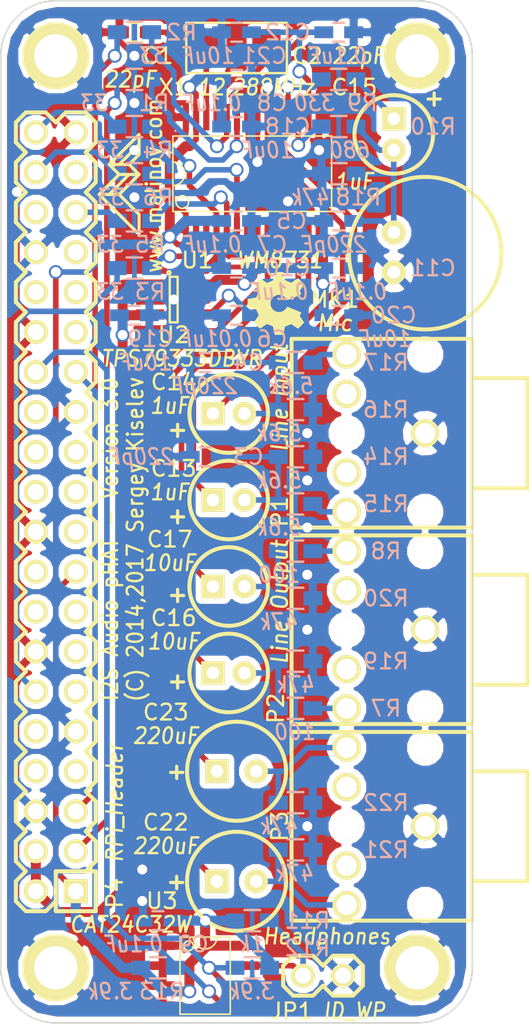
<source format=kicad_pcb>
(kicad_pcb (version 4) (host pcbnew 4.0.1-stable)
  (layers (0 F.Cu signal) (31 B.Cu signal) (34 B.Paste user) (35 F.Paste user) (36 B.SilkS user hide) (37 F.SilkS user) (38 B.Mask user) (39 F.Mask user) (44 Edge.Cuts user))
  (net 0 "")
  (net 1 +5V)
  (net 2 /AVDD)
  (net 3 /SCL)
  (net 4 /SDA)
  (net 5 "Net-(C1-Pad1)")
  (net 6 GND)
  (net 7 "Net-(C2-Pad1)")
  (net 8 "Net-(C13-Pad2)")
  (net 9 "Net-(C14-Pad2)")
  (net 10 "Net-(C15-Pad2)")
  (net 11 "Net-(C6-Pad1)")
  (net 12 +3V3)
  (net 13 "Net-(C12-Pad1)")
  (net 14 "Net-(C13-Pad1)")
  (net 15 "Net-(C14-Pad1)")
  (net 16 "Net-(C15-Pad1)")
  (net 17 "Net-(C16-Pad1)")
  (net 18 "Net-(C16-Pad2)")
  (net 19 "Net-(C17-Pad1)")
  (net 20 "Net-(C17-Pad2)")
  (net 21 "Net-(C22-Pad1)")
  (net 22 "Net-(C22-Pad2)")
  (net 23 "Net-(C23-Pad1)")
  (net 24 "Net-(C23-Pad2)")
  (net 25 "Net-(JP1-Pad1)")
  (net 26 "Net-(P1-Pad2)")
  (net 27 "Net-(P1-Pad3)")
  (net 28 "Net-(P1-Pad4)")
  (net 29 "Net-(P1-Pad5)")
  (net 30 "Net-(P2-Pad2)")
  (net 31 "Net-(P2-Pad3)")
  (net 32 "Net-(P2-Pad4)")
  (net 33 "Net-(P2-Pad5)")
  (net 34 "Net-(P3-Pad3)")
  (net 35 "Net-(P3-Pad4)")
  (net 36 /PCM_CLK)
  (net 37 /ID_SC)
  (net 38 /ID_SD)
  (net 39 /PCM_FS)
  (net 40 /PCM_DIN)
  (net 41 /PCM_DOUT)
  (net 42 "Net-(R1-Pad1)")
  (net 43 "Net-(R2-Pad1)")
  (net 44 "Net-(R3-Pad2)")
  (net 45 "Net-(R4-Pad2)")
  (net 46 "Net-(R5-Pad2)")
  (net 47 "Net-(R6-Pad2)")
  (net 48 "Net-(R9-Pad1)")
  (net 49 "Net-(R10-Pad1)")
  (net 50 "Net-(U1-Pad2)")
  (net 51 "Net-(P4-Pad7)")
  (net 52 "Net-(P4-Pad8)")
  (net 53 "Net-(P4-Pad10)")
  (net 54 "Net-(P4-Pad11)")
  (net 55 "Net-(P4-Pad13)")
  (net 56 "Net-(P4-Pad15)")
  (net 57 "Net-(P4-Pad16)")
  (net 58 "Net-(P4-Pad18)")
  (net 59 "Net-(P4-Pad19)")
  (net 60 "Net-(P4-Pad21)")
  (net 61 "Net-(P4-Pad22)")
  (net 62 "Net-(P4-Pad23)")
  (net 63 "Net-(P4-Pad24)")
  (net 64 "Net-(P4-Pad26)")
  (net 65 "Net-(P4-Pad29)")
  (net 66 "Net-(P4-Pad31)")
  (net 67 "Net-(P4-Pad32)")
  (net 68 "Net-(P4-Pad33)")
  (net 69 "Net-(P4-Pad36)")
  (net 70 "Net-(P4-Pad37)")
  (module OSHW-logo:OSHW-logo_silkscreen-front_4mm (layer F.Cu) (at 117.5 119.25 90)
    (fp_text reference G*** hide)
    (fp_text value OSHW-logo_silkscreen-front_4mm hide)
  )
  (module my_components:Cap_Elec_Radial_5mm (layer F.Cu) (at 125 108.5 270)
    (fp_text reference C15 (at -3 2.5 360) (layer F.SilkS))
    (fp_text value 1uF (at 3 2.5 360) (layer F.SilkS) (effects (font (size 1 0.9) (thickness 0.15) italic)))
    (fp_text user + (at -2.25 -2.5 270) (layer F.SilkS) (effects (font (size 1.016 1.016) (thickness 0.2032))))
    (pad 1 thru_hole rect (at -1.00076 0 270) (size 1.49098 1.49098) (drill 0.8001) (layers *.Cu *.Mask F.SilkS) (net 16 "Net-(C15-Pad1)"))
    (pad 2 thru_hole circle (at 1.00076 0 270) (size 1.49098 1.49098) (drill 0.8001) (layers *.Cu *.Mask F.SilkS) (net 10 "Net-(C15-Pad2)"))
  )
  (module Capacitors_SMD:C_0603_HandSoldering (layer F.Cu) (at 108.5 102 180)
    (fp_text reference C1 (at -1.5 -1.5 180) (layer F.SilkS))
    (fp_text value 22pF (at 0.25 -3 180) (layer F.SilkS) (effects (font (size 1 0.9) (thickness 0.15) italic)))
    (pad 1 smd rect (at -0.95 0 180) (size 1.2 0.75) (layers F.Cu F.Paste F.Mask) (net 5 "Net-(C1-Pad1)"))
    (pad 2 smd rect (at 0.95 0 180) (size 1.2 0.75) (layers F.Cu F.Paste F.Mask) (net 6 GND))
  )
  (module Capacitors_SMD:C_0603_HandSoldering (layer F.Cu) (at 121.5 102)
    (fp_text reference C2 (at -2 1.5) (layer F.SilkS))
    (fp_text value 22pF (at 1.25 1.5) (layer F.SilkS) (effects (font (size 1 0.9) (thickness 0.15) italic)))
    (pad 1 smd rect (at -0.95 0) (size 1.2 0.75) (layers F.Cu F.Paste F.Mask) (net 7 "Net-(C2-Pad1)"))
    (pad 2 smd rect (at 0.95 0) (size 1.2 0.75) (layers F.Cu F.Paste F.Mask) (net 6 GND))
  )
  (module Capacitors_SMD:C_0603_HandSoldering (layer B.Cu) (at 113 129 180)
    (fp_text reference C3 (at -2.75 0 180) (layer B.SilkS) (effects (justify mirror)))
    (fp_text value 220pF (at 4 0 180) (layer B.SilkS) (effects (font (size 1 0.9) (thickness 0.15) italic) (justify mirror)))
    (pad 1 smd rect (at -0.95 0 180) (size 1.2 0.75) (layers B.Cu B.Paste B.Mask) (net 8 "Net-(C13-Pad2)"))
    (pad 2 smd rect (at 0.95 0 180) (size 1.2 0.75) (layers B.Cu B.Paste B.Mask) (net 6 GND))
  )
  (module Capacitors_SMD:C_0603_HandSoldering (layer B.Cu) (at 113 123 180)
    (fp_text reference C4 (at -2.75 0 180) (layer B.SilkS) (effects (justify mirror)))
    (fp_text value 220pF (at 0 -1.5 180) (layer B.SilkS) (effects (font (size 1 0.9) (thickness 0.15) italic) (justify mirror)))
    (pad 1 smd rect (at -0.95 0 180) (size 1.2 0.75) (layers B.Cu B.Paste B.Mask) (net 9 "Net-(C14-Pad2)"))
    (pad 2 smd rect (at 0.95 0 180) (size 1.2 0.75) (layers B.Cu B.Paste B.Mask) (net 6 GND))
  )
  (module Capacitors_SMD:C_0603_HandSoldering (layer B.Cu) (at 121.5 114 180)
    (fp_text reference C5 (at 3 0 180) (layer B.SilkS) (effects (justify mirror)))
    (fp_text value 220pF (at 0.25 -1.5 180) (layer B.SilkS) (effects (font (size 1 0.9) (thickness 0.15) italic) (justify mirror)))
    (pad 1 smd rect (at -0.95 0 180) (size 1.2 0.75) (layers B.Cu B.Paste B.Mask) (net 10 "Net-(C15-Pad2)"))
    (pad 2 smd rect (at 0.95 0 180) (size 1.2 0.75) (layers B.Cu B.Paste B.Mask) (net 6 GND))
  )
  (module Capacitors_SMD:C_0603_HandSoldering (layer B.Cu) (at 115 120 180)
    (fp_text reference C6 (at -2.25 -1.5 180) (layer B.SilkS) (effects (justify mirror)))
    (fp_text value 0.01uF (at 1.25 -1.5 180) (layer B.SilkS) (effects (font (size 1 0.9) (thickness 0.15) italic) (justify mirror)))
    (pad 1 smd rect (at -0.95 0 180) (size 1.2 0.75) (layers B.Cu B.Paste B.Mask) (net 11 "Net-(C6-Pad1)"))
    (pad 2 smd rect (at 0.95 0 180) (size 1.2 0.75) (layers B.Cu B.Paste B.Mask) (net 6 GND))
  )
  (module Capacitors_SMD:C_0603_HandSoldering (layer B.Cu) (at 115 114)
    (fp_text reference C7 (at 2.25 1.5) (layer B.SilkS) (effects (justify mirror)))
    (fp_text value 0.1uF (at -1.5 1.5) (layer B.SilkS) (effects (font (size 1 0.9) (thickness 0.15) italic) (justify mirror)))
    (pad 1 smd rect (at -0.95 0) (size 1.2 0.75) (layers B.Cu B.Paste B.Mask) (net 12 +3V3))
    (pad 2 smd rect (at 0.95 0) (size 1.2 0.75) (layers B.Cu B.Paste B.Mask) (net 6 GND))
  )
  (module Capacitors_SMD:C_0603_HandSoldering (layer B.Cu) (at 115 105)
    (fp_text reference C8 (at 2.25 1.5) (layer B.SilkS) (effects (justify mirror)))
    (fp_text value 0.1uF (at -1.5 1.5) (layer B.SilkS) (effects (font (size 1 0.9) (thickness 0.15) italic) (justify mirror)))
    (pad 1 smd rect (at -0.95 0) (size 1.2 0.75) (layers B.Cu B.Paste B.Mask) (net 12 +3V3))
    (pad 2 smd rect (at 0.95 0) (size 1.2 0.75) (layers B.Cu B.Paste B.Mask) (net 6 GND))
  )
  (module Capacitors_SMD:C_0603_HandSoldering (layer B.Cu) (at 110 158.5 180)
    (fp_text reference C9 (at -2.25 -1.5 180) (layer B.SilkS) (effects (justify mirror)))
    (fp_text value 0.1uF (at 1.5 -1.5 180) (layer B.SilkS) (effects (font (size 1 0.9) (thickness 0.15) italic) (justify mirror)))
    (pad 1 smd rect (at -0.95 0 180) (size 1.2 0.75) (layers B.Cu B.Paste B.Mask) (net 12 +3V3))
    (pad 2 smd rect (at 0.95 0 180) (size 1.2 0.75) (layers B.Cu B.Paste B.Mask) (net 6 GND))
  )
  (module Capacitors_SMD:C_0603_HandSoldering (layer B.Cu) (at 115 117 180)
    (fp_text reference C10 (at -3.25 0 180) (layer B.SilkS) (effects (justify mirror)))
    (fp_text value 0.1uF (at -2.75 -1.5 180) (layer B.SilkS) (effects (font (size 1 0.9) (thickness 0.15) italic) (justify mirror)))
    (pad 1 smd rect (at -0.95 0 180) (size 1.2 0.75) (layers B.Cu B.Paste B.Mask) (net 2 /AVDD))
    (pad 2 smd rect (at 0.95 0 180) (size 1.2 0.75) (layers B.Cu B.Paste B.Mask) (net 6 GND))
  )
  (module Capacitors_SMD:C_0603_HandSoldering (layer B.Cu) (at 121.5 117)
    (fp_text reference C11 (at 6 0) (layer B.SilkS) (effects (justify mirror)))
    (fp_text value 0.1uF (at 1.25 1.5) (layer B.SilkS) (effects (font (size 1 0.9) (thickness 0.15) italic) (justify mirror)))
    (pad 1 smd rect (at -0.95 0) (size 1.2 0.75) (layers B.Cu B.Paste B.Mask) (net 2 /AVDD))
    (pad 2 smd rect (at 0.95 0) (size 1.2 0.75) (layers B.Cu B.Paste B.Mask) (net 6 GND))
  )
  (module Capacitors_SMD:C_0603_HandSoldering (layer B.Cu) (at 121.5 102)
    (fp_text reference C12 (at -3.25 0) (layer B.SilkS) (effects (justify mirror)))
    (fp_text value 0.1uF (at 0 1.5) (layer B.SilkS) (effects (font (size 1 0.9) (thickness 0.15) italic) (justify mirror)))
    (pad 1 smd rect (at -0.95 0) (size 1.2 0.75) (layers B.Cu B.Paste B.Mask) (net 13 "Net-(C12-Pad1)"))
    (pad 2 smd rect (at 0.95 0) (size 1.2 0.75) (layers B.Cu B.Paste B.Mask) (net 6 GND))
  )
  (module my_components:Cap_Elec_Radial_5mm (layer F.Cu) (at 114.5 131.75)
    (fp_text reference C13 (at -3.5 -2) (layer F.SilkS))
    (fp_text value 1uF (at -3.75 -0.5) (layer F.SilkS) (effects (font (size 1 0.9) (thickness 0.15) italic)))
    (fp_text user + (at -3.25 1) (layer F.SilkS) (effects (font (size 1.016 1.016) (thickness 0.2032))))
    (pad 1 thru_hole rect (at -1.00076 0) (size 1.49098 1.49098) (drill 0.8001) (layers *.Cu *.Mask F.SilkS) (net 14 "Net-(C13-Pad1)"))
    (pad 2 thru_hole circle (at 1.00076 0) (size 1.49098 1.49098) (drill 0.8001) (layers *.Cu *.Mask F.SilkS) (net 8 "Net-(C13-Pad2)"))
  )
  (module my_components:Cap_Elec_Radial_5mm (layer F.Cu) (at 114.5 126.25)
    (fp_text reference C14 (at -3.5 -2) (layer F.SilkS))
    (fp_text value 1uF (at -3.75 -0.5) (layer F.SilkS) (effects (font (size 1 0.9) (thickness 0.15) italic)))
    (fp_text user + (at -3.25 1) (layer F.SilkS) (effects (font (size 1.016 1.016) (thickness 0.2032))))
    (pad 1 thru_hole rect (at -1.00076 0) (size 1.49098 1.49098) (drill 0.8001) (layers *.Cu *.Mask F.SilkS) (net 15 "Net-(C14-Pad1)"))
    (pad 2 thru_hole circle (at 1.00076 0) (size 1.49098 1.49098) (drill 0.8001) (layers *.Cu *.Mask F.SilkS) (net 9 "Net-(C14-Pad2)"))
  )
  (module my_components:Cap_Elec_Radial_5mm (layer F.Cu) (at 114.5 142.75)
    (fp_text reference C16 (at -3.5 -3.5) (layer F.SilkS))
    (fp_text value 10uF (at -3.5 -2) (layer F.SilkS) (effects (font (size 1 0.9) (thickness 0.15) italic)))
    (fp_text user + (at -3.25 0.5) (layer F.SilkS) (effects (font (size 1.016 1.016) (thickness 0.2032))))
    (pad 1 thru_hole rect (at -1.00076 0) (size 1.49098 1.49098) (drill 0.8001) (layers *.Cu *.Mask F.SilkS) (net 17 "Net-(C16-Pad1)"))
    (pad 2 thru_hole circle (at 1.00076 0) (size 1.49098 1.49098) (drill 0.8001) (layers *.Cu *.Mask F.SilkS) (net 18 "Net-(C16-Pad2)"))
  )
  (module my_components:Cap_Elec_Radial_5mm (layer F.Cu) (at 114.5 137.25)
    (fp_text reference C17 (at -3.75 -3) (layer F.SilkS))
    (fp_text value 10uF (at -3.75 -1.5) (layer F.SilkS) (effects (font (size 1 0.9) (thickness 0.15) italic)))
    (fp_text user + (at -3.25 0.5) (layer F.SilkS) (effects (font (size 1.016 1.016) (thickness 0.2032))))
    (pad 1 thru_hole rect (at -1.00076 0) (size 1.49098 1.49098) (drill 0.8001) (layers *.Cu *.Mask F.SilkS) (net 19 "Net-(C17-Pad1)"))
    (pad 2 thru_hole circle (at 1.00076 0) (size 1.49098 1.49098) (drill 0.8001) (layers *.Cu *.Mask F.SilkS) (net 20 "Net-(C17-Pad2)"))
  )
  (module Capacitors_SMD:C_0603_HandSoldering (layer B.Cu) (at 115 108)
    (fp_text reference C18 (at 3.25 0) (layer B.SilkS) (effects (justify mirror)))
    (fp_text value 10uF (at 2 1.5) (layer B.SilkS) (effects (font (size 1 0.9) (thickness 0.15) italic) (justify mirror)))
    (pad 1 smd rect (at -0.95 0) (size 1.2 0.75) (layers B.Cu B.Paste B.Mask) (net 12 +3V3))
    (pad 2 smd rect (at 0.95 0) (size 1.2 0.75) (layers B.Cu B.Paste B.Mask) (net 6 GND))
  )
  (module Capacitors_SMD:C_0603_HandSoldering (layer B.Cu) (at 108.5 120)
    (fp_text reference C19 (at 1 1.5) (layer B.SilkS) (effects (justify mirror)))
    (fp_text value 10uF (at 0.75 3) (layer B.SilkS) (effects (font (size 1 0.9) (thickness 0.15) italic) (justify mirror)))
    (pad 1 smd rect (at -0.95 0) (size 1.2 0.75) (layers B.Cu B.Paste B.Mask) (net 1 +5V))
    (pad 2 smd rect (at 0.95 0) (size 1.2 0.75) (layers B.Cu B.Paste B.Mask) (net 6 GND))
  )
  (module Capacitors_SMD:C_0603_HandSoldering (layer B.Cu) (at 121.5 120)
    (fp_text reference C20 (at 3.5 0) (layer B.SilkS) (effects (justify mirror)))
    (fp_text value 10uF (at 3 1.5) (layer B.SilkS) (effects (font (size 1 0.9) (thickness 0.15) italic) (justify mirror)))
    (pad 1 smd rect (at -0.95 0) (size 1.2 0.75) (layers B.Cu B.Paste B.Mask) (net 2 /AVDD))
    (pad 2 smd rect (at 0.95 0) (size 1.2 0.75) (layers B.Cu B.Paste B.Mask) (net 6 GND))
  )
  (module Capacitors_SMD:C_0603_HandSoldering (layer B.Cu) (at 115 102 180)
    (fp_text reference C21 (at -1.75 -1.5 180) (layer B.SilkS) (effects (justify mirror)))
    (fp_text value 10uF (at 1.75 -1.5 180) (layer B.SilkS) (effects (font (size 1 0.9) (thickness 0.15) italic) (justify mirror)))
    (pad 1 smd rect (at -0.95 0 180) (size 1.2 0.75) (layers B.Cu B.Paste B.Mask) (net 13 "Net-(C12-Pad1)"))
    (pad 2 smd rect (at 0.95 0 180) (size 1.2 0.75) (layers B.Cu B.Paste B.Mask) (net 6 GND))
  )
  (module my_components:Cap_Elec_Radial_6.3mm (layer F.Cu) (at 115 156)
    (fp_text reference C22 (at -4.5 -3.75) (layer F.SilkS))
    (fp_text value 220uF (at -4.5 -2.25) (layer F.SilkS) (effects (font (size 1 0.9) (thickness 0.15) italic)))
    (fp_text user + (at -3.81 0) (layer F.SilkS) (effects (font (size 1.016 1.016) (thickness 0.2032))))
    (pad 1 thru_hole rect (at -1.25 0) (size 1.49098 1.49098) (drill 0.8001) (layers *.Cu *.Mask F.SilkS) (net 21 "Net-(C22-Pad1)"))
    (pad 2 thru_hole circle (at 1.25 0) (size 1.49098 1.49098) (drill 0.8001) (layers *.Cu *.Mask F.SilkS) (net 22 "Net-(C22-Pad2)"))
  )
  (module my_components:Cap_Elec_Radial_6.3mm (layer F.Cu) (at 115 149)
    (fp_text reference C23 (at -4.5 -3.75) (layer F.SilkS))
    (fp_text value 220uF (at -4.5 -2.25) (layer F.SilkS) (effects (font (size 1 0.9) (thickness 0.15) italic)))
    (fp_text user + (at -3.81 0) (layer F.SilkS) (effects (font (size 1.016 1.016) (thickness 0.2032))))
    (pad 1 thru_hole rect (at -1.25 0) (size 1.49098 1.49098) (drill 0.8001) (layers *.Cu *.Mask F.SilkS) (net 23 "Net-(C23-Pad1)"))
    (pad 2 thru_hole circle (at 1.25 0) (size 1.49098 1.49098) (drill 0.8001) (layers *.Cu *.Mask F.SilkS) (net 24 "Net-(C23-Pad2)"))
  )
  (module my_components:Conn_Pin_Header_2x1_2.54mm_NoKey (layer F.Cu) (at 120.5 162)
    (fp_text reference JP1 (at -2 2.25) (layer F.SilkS))
    (fp_text value ID_WP (at 2 2.25) (layer F.SilkS) (effects (font (size 1 0.9) (thickness 0.15) italic)))
    (pad 1 thru_hole circle (at -1.27 0) (size 1.524 1.524) (drill 1.016) (layers *.Cu *.Mask F.SilkS) (net 25 "Net-(JP1-Pad1)"))
    (pad 2 thru_hole circle (at 1.27 0) (size 1.524 1.524) (drill 1.016) (layers *.Cu *.Mask F.SilkS) (net 6 GND))
  )
  (module my_components:Conn_Audio_3.5mm_Stereo (layer F.Cu) (at 130 127.5 270)
    (fp_text reference P1 (at 5 12.25 270) (layer F.SilkS))
    (fp_text value "Line Input" (at -2.25 12.25 270) (layer F.SilkS) (effects (font (size 1 0.9) (thickness 0.15) italic)))
    (pad 1 thru_hole circle (at 0 2.99974 270) (size 1.80086 1.80086) (drill 1.30048) (layers *.Cu *.Mask F.SilkS) (net 6 GND))
    (pad 2 thru_hole circle (at -5.00126 8.001 270) (size 1.80086 1.80086) (drill 1.30048) (layers *.Cu *.Mask F.SilkS) (net 26 "Net-(P1-Pad2)"))
    (pad 3 thru_hole circle (at -2.49936 8.001 270) (size 1.80086 1.80086) (drill 1.30048) (layers *.Cu *.Mask F.SilkS) (net 27 "Net-(P1-Pad3)"))
    (pad 4 thru_hole circle (at 2.49936 8.001 270) (size 1.80086 1.80086) (drill 1.30048) (layers *.Cu *.Mask F.SilkS) (net 28 "Net-(P1-Pad4)"))
    (pad 5 thru_hole circle (at 5.00126 8.001 270) (size 1.80086 1.80086) (drill 1.30048) (layers *.Cu *.Mask F.SilkS) (net 29 "Net-(P1-Pad5)"))
    (pad "" thru_hole circle (at 0 8.001 270) (size 1.6002 1.6002) (drill 1.6002) (layers *.Cu *.Mask F.SilkS))
    (pad "" thru_hole circle (at -5.00126 2.99974 270) (size 1.6002 1.6002) (drill 1.6002) (layers *.Cu *.Mask F.SilkS))
    (pad "" thru_hole circle (at 5.00126 2.99974 270) (size 1.6002 1.6002) (drill 1.6002) (layers *.Cu *.Mask F.SilkS))
  )
  (module my_components:Conn_Audio_3.5mm_Stereo (layer F.Cu) (at 130 140 270)
    (fp_text reference P2 (at 5 12.5 270) (layer F.SilkS))
    (fp_text value "Line Output" (at -1.75 12.25 270) (layer F.SilkS) (effects (font (size 1 0.9) (thickness 0.15) italic)))
    (pad 1 thru_hole circle (at 0 2.99974 270) (size 1.80086 1.80086) (drill 1.30048) (layers *.Cu *.Mask F.SilkS) (net 6 GND))
    (pad 2 thru_hole circle (at -5.00126 8.001 270) (size 1.80086 1.80086) (drill 1.30048) (layers *.Cu *.Mask F.SilkS) (net 30 "Net-(P2-Pad2)"))
    (pad 3 thru_hole circle (at -2.49936 8.001 270) (size 1.80086 1.80086) (drill 1.30048) (layers *.Cu *.Mask F.SilkS) (net 31 "Net-(P2-Pad3)"))
    (pad 4 thru_hole circle (at 2.49936 8.001 270) (size 1.80086 1.80086) (drill 1.30048) (layers *.Cu *.Mask F.SilkS) (net 32 "Net-(P2-Pad4)"))
    (pad 5 thru_hole circle (at 5.00126 8.001 270) (size 1.80086 1.80086) (drill 1.30048) (layers *.Cu *.Mask F.SilkS) (net 33 "Net-(P2-Pad5)"))
    (pad "" thru_hole circle (at 0 8.001 270) (size 1.6002 1.6002) (drill 1.6002) (layers *.Cu *.Mask F.SilkS))
    (pad "" thru_hole circle (at -5.00126 2.99974 270) (size 1.6002 1.6002) (drill 1.6002) (layers *.Cu *.Mask F.SilkS))
    (pad "" thru_hole circle (at 5.00126 2.99974 270) (size 1.6002 1.6002) (drill 1.6002) (layers *.Cu *.Mask F.SilkS))
  )
  (module my_components:Conn_Audio_3.5mm_Stereo (layer F.Cu) (at 130 152.5 270)
    (fp_text reference P3 (at 0 12.25 270) (layer F.SilkS))
    (fp_text value Headphones (at 7 9.25 360) (layer F.SilkS) (effects (font (size 1 0.9) (thickness 0.15) italic)))
    (pad 1 thru_hole circle (at 0 2.99974 270) (size 1.80086 1.80086) (drill 1.30048) (layers *.Cu *.Mask F.SilkS) (net 6 GND))
    (pad 2 thru_hole circle (at -5.00126 8.001 270) (size 1.80086 1.80086) (drill 1.30048) (layers *.Cu *.Mask F.SilkS) (net 24 "Net-(C23-Pad2)"))
    (pad 3 thru_hole circle (at -2.49936 8.001 270) (size 1.80086 1.80086) (drill 1.30048) (layers *.Cu *.Mask F.SilkS) (net 34 "Net-(P3-Pad3)"))
    (pad 4 thru_hole circle (at 2.49936 8.001 270) (size 1.80086 1.80086) (drill 1.30048) (layers *.Cu *.Mask F.SilkS) (net 35 "Net-(P3-Pad4)"))
    (pad 5 thru_hole circle (at 5.00126 8.001 270) (size 1.80086 1.80086) (drill 1.30048) (layers *.Cu *.Mask F.SilkS) (net 22 "Net-(C22-Pad2)"))
    (pad "" thru_hole circle (at 0 8.001 270) (size 1.6002 1.6002) (drill 1.6002) (layers *.Cu *.Mask F.SilkS))
    (pad "" thru_hole circle (at -5.00126 2.99974 270) (size 1.6002 1.6002) (drill 1.6002) (layers *.Cu *.Mask F.SilkS))
    (pad "" thru_hole circle (at 5.00126 2.99974 270) (size 1.6002 1.6002) (drill 1.6002) (layers *.Cu *.Mask F.SilkS))
  )
  (module my_components:Microphone (layer F.Cu) (at 127 116 270)
    (fp_text reference MK1 (at 3 5.75 360) (layer F.SilkS))
    (fp_text value Mic (at 4.5 5.75 360) (layer F.SilkS) (effects (font (size 1 0.9) (thickness 0.15) italic)))
    (pad 1 thru_hole circle (at -1.27 1.99898 270) (size 1.524 1.524) (drill 0.8128) (layers *.Cu *.Mask F.SilkS) (net 10 "Net-(C15-Pad2)"))
    (pad 2 thru_hole circle (at 1.27 1.99898 270) (size 1.524 1.524) (drill 0.8128) (layers *.Cu *.Mask F.SilkS) (net 6 GND))
  )
  (module my_components:Conn_Pin_Header_20x2_2.54mm (layer F.Cu) (at 103.5 132.5 90)
    (fp_text reference P4 (at -24.25 3.75 90) (layer F.SilkS))
    (fp_text value RPi_Header (at -18.5 3.75 90) (layer F.SilkS) (effects (font (size 1 0.9) (thickness 0.15) italic)))
    (pad 1 thru_hole rect (at -24.13 1.27 90) (size 1.524 1.524) (drill 1.016) (layers *.Cu *.Mask F.SilkS) (net 12 +3V3))
    (pad 2 thru_hole circle (at -24.13 -1.27 90) (size 1.524 1.524) (drill 1.016) (layers *.Cu *.Mask F.SilkS) (net 1 +5V))
    (pad 3 thru_hole circle (at -21.59 1.27 90) (size 1.524 1.524) (drill 1.016) (layers *.Cu *.Mask F.SilkS) (net 4 /SDA))
    (pad 4 thru_hole circle (at -21.59 -1.27 90) (size 1.524 1.524) (drill 1.016) (layers *.Cu *.Mask F.SilkS) (net 1 +5V))
    (pad 5 thru_hole circle (at -19.05 1.27 90) (size 1.524 1.524) (drill 1.016) (layers *.Cu *.Mask F.SilkS) (net 3 /SCL))
    (pad 6 thru_hole circle (at -19.05 -1.27 90) (size 1.524 1.524) (drill 1.016) (layers *.Cu *.Mask F.SilkS) (net 6 GND))
    (pad 7 thru_hole circle (at -16.51 1.27 90) (size 1.524 1.524) (drill 1.016) (layers *.Cu *.Mask F.SilkS) (net 51 "Net-(P4-Pad7)"))
    (pad 8 thru_hole circle (at -16.51 -1.27 90) (size 1.524 1.524) (drill 1.016) (layers *.Cu *.Mask F.SilkS) (net 52 "Net-(P4-Pad8)"))
    (pad 9 thru_hole circle (at -13.97 1.27 90) (size 1.524 1.524) (drill 1.016) (layers *.Cu *.Mask F.SilkS) (net 6 GND))
    (pad 10 thru_hole circle (at -13.97 -1.27 90) (size 1.524 1.524) (drill 1.016) (layers *.Cu *.Mask F.SilkS) (net 53 "Net-(P4-Pad10)"))
    (pad 11 thru_hole circle (at -11.43 1.27 90) (size 1.524 1.524) (drill 1.016) (layers *.Cu *.Mask F.SilkS) (net 54 "Net-(P4-Pad11)"))
    (pad 12 thru_hole circle (at -11.43 -1.27 90) (size 1.524 1.524) (drill 1.016) (layers *.Cu *.Mask F.SilkS) (net 36 /PCM_CLK))
    (pad 13 thru_hole circle (at -8.89 1.27 90) (size 1.524 1.524) (drill 1.016) (layers *.Cu *.Mask F.SilkS) (net 55 "Net-(P4-Pad13)"))
    (pad 14 thru_hole circle (at -8.89 -1.27 90) (size 1.524 1.524) (drill 1.016) (layers *.Cu *.Mask F.SilkS) (net 6 GND))
    (pad 15 thru_hole circle (at -6.35 1.27 90) (size 1.524 1.524) (drill 1.016) (layers *.Cu *.Mask F.SilkS) (net 56 "Net-(P4-Pad15)"))
    (pad 16 thru_hole circle (at -6.35 -1.27 90) (size 1.524 1.524) (drill 1.016) (layers *.Cu *.Mask F.SilkS) (net 57 "Net-(P4-Pad16)"))
    (pad 17 thru_hole circle (at -3.81 1.27 90) (size 1.524 1.524) (drill 1.016) (layers *.Cu *.Mask F.SilkS) (net 12 +3V3))
    (pad 18 thru_hole circle (at -3.81 -1.27 90) (size 1.524 1.524) (drill 1.016) (layers *.Cu *.Mask F.SilkS) (net 58 "Net-(P4-Pad18)"))
    (pad 19 thru_hole circle (at -1.27 1.27 90) (size 1.524 1.524) (drill 1.016) (layers *.Cu *.Mask F.SilkS) (net 59 "Net-(P4-Pad19)"))
    (pad 20 thru_hole circle (at -1.27 -1.27 90) (size 1.524 1.524) (drill 1.016) (layers *.Cu *.Mask F.SilkS) (net 6 GND))
    (pad 21 thru_hole circle (at 1.27 1.27 90) (size 1.524 1.524) (drill 1.016) (layers *.Cu *.Mask F.SilkS) (net 60 "Net-(P4-Pad21)"))
    (pad 22 thru_hole circle (at 1.27 -1.27 90) (size 1.524 1.524) (drill 1.016) (layers *.Cu *.Mask F.SilkS) (net 61 "Net-(P4-Pad22)"))
    (pad 23 thru_hole circle (at 3.81 1.27 90) (size 1.524 1.524) (drill 1.016) (layers *.Cu *.Mask F.SilkS) (net 62 "Net-(P4-Pad23)"))
    (pad 24 thru_hole circle (at 3.81 -1.27 90) (size 1.524 1.524) (drill 1.016) (layers *.Cu *.Mask F.SilkS) (net 63 "Net-(P4-Pad24)"))
    (pad 25 thru_hole circle (at 6.35 1.27 90) (size 1.524 1.524) (drill 1.016) (layers *.Cu *.Mask F.SilkS) (net 6 GND))
    (pad 26 thru_hole circle (at 6.35 -1.27 90) (size 1.524 1.524) (drill 1.016) (layers *.Cu *.Mask F.SilkS) (net 64 "Net-(P4-Pad26)"))
    (pad 28 thru_hole circle (at 8.89 -1.27 90) (size 1.524 1.524) (drill 1.016) (layers *.Cu *.Mask F.SilkS) (net 37 /ID_SC))
    (pad 27 thru_hole circle (at 8.89 1.27 90) (size 1.524 1.524) (drill 1.016) (layers *.Cu *.Mask F.SilkS) (net 38 /ID_SD))
    (pad 30 thru_hole circle (at 11.43 -1.27 90) (size 1.524 1.524) (drill 1.016) (layers *.Cu *.Mask F.SilkS) (net 6 GND))
    (pad 29 thru_hole circle (at 11.43 1.27 90) (size 1.524 1.524) (drill 1.016) (layers *.Cu *.Mask F.SilkS) (net 65 "Net-(P4-Pad29)"))
    (pad 31 thru_hole circle (at 13.97 1.27 90) (size 1.524 1.524) (drill 1.016) (layers *.Cu *.Mask F.SilkS) (net 66 "Net-(P4-Pad31)"))
    (pad 32 thru_hole circle (at 13.97 -1.27 90) (size 1.524 1.524) (drill 1.016) (layers *.Cu *.Mask F.SilkS) (net 67 "Net-(P4-Pad32)"))
    (pad 33 thru_hole circle (at 16.51 1.27 90) (size 1.524 1.524) (drill 1.016) (layers *.Cu *.Mask F.SilkS) (net 68 "Net-(P4-Pad33)"))
    (pad 34 thru_hole circle (at 16.51 -1.27 90) (size 1.524 1.524) (drill 1.016) (layers *.Cu *.Mask F.SilkS) (net 6 GND))
    (pad 35 thru_hole circle (at 19.05 1.27 90) (size 1.524 1.524) (drill 1.016) (layers *.Cu *.Mask F.SilkS) (net 39 /PCM_FS))
    (pad 36 thru_hole circle (at 19.05 -1.27 90) (size 1.524 1.524) (drill 1.016) (layers *.Cu *.Mask F.SilkS) (net 69 "Net-(P4-Pad36)"))
    (pad 37 thru_hole circle (at 21.59 1.27 90) (size 1.524 1.524) (drill 1.016) (layers *.Cu *.Mask F.SilkS) (net 70 "Net-(P4-Pad37)"))
    (pad 38 thru_hole circle (at 21.59 -1.27 90) (size 1.524 1.524) (drill 1.016) (layers *.Cu *.Mask F.SilkS) (net 40 /PCM_DIN))
    (pad 39 thru_hole circle (at 24.13 1.27 90) (size 1.524 1.524) (drill 1.016) (layers *.Cu *.Mask F.SilkS) (net 6 GND))
    (pad 40 thru_hole circle (at 24.13 -1.27 90) (size 1.524 1.524) (drill 1.016) (layers *.Cu *.Mask F.SilkS) (net 41 /PCM_DOUT))
  )
  (module Resistors_SMD:R_0603_HandSoldering (layer B.Cu) (at 108.5 105 180)
    (fp_text reference R1 (at -1.25 -1.5 180) (layer B.SilkS) (effects (justify mirror)))
    (fp_text value 33 (at 2.5 -1.5 180) (layer B.SilkS) (effects (font (size 1 0.9) (thickness 0.15) italic) (justify mirror)))
    (pad 1 smd rect (at -1.1 0 180) (size 1.2 0.9) (layers B.Cu B.Paste B.Mask) (net 42 "Net-(R1-Pad1)"))
    (pad 2 smd rect (at 1.1 0 180) (size 1.2 0.9) (layers B.Cu B.Paste B.Mask) (net 4 /SDA))
  )
  (module Resistors_SMD:R_0603_HandSoldering (layer B.Cu) (at 108.5 102 180)
    (fp_text reference R2 (at -3 0 180) (layer B.SilkS) (effects (justify mirror)))
    (fp_text value 33 (at -1.25 -1.5 180) (layer B.SilkS) (effects (font (size 1 0.9) (thickness 0.15) italic) (justify mirror)))
    (pad 1 smd rect (at -1.1 0 180) (size 1.2 0.9) (layers B.Cu B.Paste B.Mask) (net 43 "Net-(R2-Pad1)"))
    (pad 2 smd rect (at 1.1 0 180) (size 1.2 0.9) (layers B.Cu B.Paste B.Mask) (net 3 /SCL))
  )
  (module Resistors_SMD:R_0603_HandSoldering (layer B.Cu) (at 108.5 117)
    (fp_text reference R3 (at 1 1.5) (layer B.SilkS) (effects (justify mirror)))
    (fp_text value 33 (at -1.5 1.5) (layer B.SilkS) (effects (font (size 1 0.9) (thickness 0.15) italic) (justify mirror)))
    (pad 1 smd rect (at -1.1 0) (size 1.2 0.9) (layers B.Cu B.Paste B.Mask) (net 36 /PCM_CLK))
    (pad 2 smd rect (at 1.1 0) (size 1.2 0.9) (layers B.Cu B.Paste B.Mask) (net 44 "Net-(R3-Pad2)"))
  )
  (module Resistors_SMD:R_0603_HandSoldering (layer B.Cu) (at 108.5 108)
    (fp_text reference R4 (at 1.5 1.5) (layer B.SilkS) (effects (justify mirror)))
    (fp_text value 33 (at -1.5 1.5) (layer B.SilkS) (effects (font (size 1 0.9) (thickness 0.15) italic) (justify mirror)))
    (pad 1 smd rect (at -1.1 0) (size 1.2 0.9) (layers B.Cu B.Paste B.Mask) (net 41 /PCM_DOUT))
    (pad 2 smd rect (at 1.1 0) (size 1.2 0.9) (layers B.Cu B.Paste B.Mask) (net 45 "Net-(R4-Pad2)"))
  )
  (module Resistors_SMD:R_0603_HandSoldering (layer B.Cu) (at 108.5 114)
    (fp_text reference R5 (at 1 1.5) (layer B.SilkS) (effects (justify mirror)))
    (fp_text value 33 (at -1.5 1.5) (layer B.SilkS) (effects (font (size 1 0.9) (thickness 0.15) italic) (justify mirror)))
    (pad 1 smd rect (at -1.1 0) (size 1.2 0.9) (layers B.Cu B.Paste B.Mask) (net 39 /PCM_FS))
    (pad 2 smd rect (at 1.1 0) (size 1.2 0.9) (layers B.Cu B.Paste B.Mask) (net 46 "Net-(R5-Pad2)"))
  )
  (module Resistors_SMD:R_0603_HandSoldering (layer B.Cu) (at 108.5 111)
    (fp_text reference R6 (at 1.5 1.5) (layer B.SilkS) (effects (justify mirror)))
    (fp_text value 33 (at -1.5 1.5) (layer B.SilkS) (effects (font (size 1 0.9)) (justify mirror)))
    (pad 1 smd rect (at -1.1 0) (size 1.2 0.9) (layers B.Cu B.Paste B.Mask) (net 40 /PCM_DIN))
    (pad 2 smd rect (at 1.1 0) (size 1.2 0.9) (layers B.Cu B.Paste B.Mask) (net 47 "Net-(R6-Pad2)"))
  )
  (module Resistors_SMD:R_0603_HandSoldering (layer B.Cu) (at 118.75 145 180)
    (fp_text reference R7 (at -5.75 0 180) (layer B.SilkS) (effects (justify mirror)))
    (fp_text value 100 (at 0 -1.5 180) (layer B.SilkS) (effects (font (size 1 0.9) (thickness 0.15) italic) (justify mirror)))
    (pad 1 smd rect (at -1.1 0 180) (size 1.2 0.9) (layers B.Cu B.Paste B.Mask) (net 33 "Net-(P2-Pad5)"))
    (pad 2 smd rect (at 1.1 0 180) (size 1.2 0.9) (layers B.Cu B.Paste B.Mask) (net 18 "Net-(C16-Pad2)"))
  )
  (module Resistors_SMD:R_0603_HandSoldering (layer B.Cu) (at 118.75 135 180)
    (fp_text reference R8 (at -5.75 0 180) (layer B.SilkS) (effects (justify mirror)))
    (fp_text value 100 (at 1 -1.5 180) (layer B.SilkS) (effects (font (size 1 0.9) (thickness 0.15) italic) (justify mirror)))
    (pad 1 smd rect (at -1.1 0 180) (size 1.2 0.9) (layers B.Cu B.Paste B.Mask) (net 30 "Net-(P2-Pad2)"))
    (pad 2 smd rect (at 1.1 0 180) (size 1.2 0.9) (layers B.Cu B.Paste B.Mask) (net 20 "Net-(C17-Pad2)"))
  )
  (module Resistors_SMD:R_0603_HandSoldering (layer B.Cu) (at 121.5 105)
    (fp_text reference R9 (at 1.5 1.5) (layer B.SilkS) (effects (justify mirror)))
    (fp_text value 330 (at -1.5 1.5) (layer B.SilkS) (effects (font (size 1 0.9) (thickness 0.15) italic) (justify mirror)))
    (pad 1 smd rect (at -1.1 0) (size 1.2 0.9) (layers B.Cu B.Paste B.Mask) (net 48 "Net-(R9-Pad1)"))
    (pad 2 smd rect (at 1.1 0) (size 1.2 0.9) (layers B.Cu B.Paste B.Mask) (net 16 "Net-(C15-Pad1)"))
  )
  (module Resistors_SMD:R_0603_HandSoldering (layer B.Cu) (at 121.5 108)
    (fp_text reference R10 (at 6 0) (layer B.SilkS) (effects (justify mirror)))
    (fp_text value 680 (at 0.75 1.5) (layer B.SilkS) (effects (font (size 1 0.9) (thickness 0.15) italic) (justify mirror)))
    (pad 1 smd rect (at -1.1 0) (size 1.2 0.9) (layers B.Cu B.Paste B.Mask) (net 49 "Net-(R10-Pad1)"))
    (pad 2 smd rect (at 1.1 0) (size 1.2 0.9) (layers B.Cu B.Paste B.Mask) (net 10 "Net-(C15-Pad2)"))
  )
  (module Resistors_SMD:R_0603_HandSoldering (layer B.Cu) (at 116 158.5 180)
    (fp_text reference R11 (at -3.5 0 360) (layer B.SilkS) (effects (justify mirror)))
    (fp_text value 1k (at 0 -1.5 180) (layer B.SilkS) (effects (font (size 1 0.9) (thickness 0.15) italic) (justify mirror)))
    (pad 1 smd rect (at -1.1 0 180) (size 1.2 0.9) (layers B.Cu B.Paste B.Mask) (net 25 "Net-(JP1-Pad1)"))
    (pad 2 smd rect (at 1.1 0 180) (size 1.2 0.9) (layers B.Cu B.Paste B.Mask) (net 12 +3V3))
  )
  (module Resistors_SMD:R_0603_HandSoldering (layer B.Cu) (at 116 161.5)
    (fp_text reference R12 (at 3.5 -1.25 180) (layer B.SilkS) (effects (justify mirror)))
    (fp_text value 3.9k (at 0 1.5) (layer B.SilkS) (effects (font (size 1 0.9) (thickness 0.15) italic) (justify mirror)))
    (pad 1 smd rect (at -1.1 0) (size 1.2 0.9) (layers B.Cu B.Paste B.Mask) (net 37 /ID_SC))
    (pad 2 smd rect (at 1.1 0) (size 1.2 0.9) (layers B.Cu B.Paste B.Mask) (net 12 +3V3))
  )
  (module Resistors_SMD:R_0603_HandSoldering (layer B.Cu) (at 110 161.5 180)
    (fp_text reference R13 (at -0.25 -1.5 360) (layer B.SilkS) (effects (justify mirror)))
    (fp_text value 3.9k (at 3 -1.5 180) (layer B.SilkS) (effects (font (size 1 0.9) (thickness 0.15) italic) (justify mirror)))
    (pad 1 smd rect (at -1.1 0 180) (size 1.2 0.9) (layers B.Cu B.Paste B.Mask) (net 38 /ID_SD))
    (pad 2 smd rect (at 1.1 0 180) (size 1.2 0.9) (layers B.Cu B.Paste B.Mask) (net 12 +3V3))
  )
  (module Resistors_SMD:R_0603_HandSoldering (layer B.Cu) (at 118.75 129 180)
    (fp_text reference R14 (at -5.75 0 180) (layer B.SilkS) (effects (justify mirror)))
    (fp_text value 5.6k (at 1 -1.5 180) (layer B.SilkS) (effects (font (size 1 0.9) (thickness 0.15) italic) (justify mirror)))
    (pad 1 smd rect (at -1.1 0 180) (size 1.2 0.9) (layers B.Cu B.Paste B.Mask) (net 6 GND))
    (pad 2 smd rect (at 1.1 0 180) (size 1.2 0.9) (layers B.Cu B.Paste B.Mask) (net 8 "Net-(C13-Pad2)"))
  )
  (module Resistors_SMD:R_0603_HandSoldering (layer B.Cu) (at 118.75 132)
    (fp_text reference R15 (at 5.75 0) (layer B.SilkS) (effects (justify mirror)))
    (fp_text value 5.6k (at -1 1.5) (layer B.SilkS) (effects (font (size 1 0.9) (thickness 0.15) italic) (justify mirror)))
    (pad 1 smd rect (at -1.1 0) (size 1.2 0.9) (layers B.Cu B.Paste B.Mask) (net 8 "Net-(C13-Pad2)"))
    (pad 2 smd rect (at 1.1 0) (size 1.2 0.9) (layers B.Cu B.Paste B.Mask) (net 29 "Net-(P1-Pad5)"))
  )
  (module Resistors_SMD:R_0603_HandSoldering (layer B.Cu) (at 118.75 126 180)
    (fp_text reference R16 (at -5.75 0 180) (layer B.SilkS) (effects (justify mirror)))
    (fp_text value 5.6k (at 1 -1.5 180) (layer B.SilkS) (effects (font (size 1 0.9) (thickness 0.15) italic) (justify mirror)))
    (pad 1 smd rect (at -1.1 0 180) (size 1.2 0.9) (layers B.Cu B.Paste B.Mask) (net 6 GND))
    (pad 2 smd rect (at 1.1 0 180) (size 1.2 0.9) (layers B.Cu B.Paste B.Mask) (net 9 "Net-(C14-Pad2)"))
  )
  (module Resistors_SMD:R_0603_HandSoldering (layer B.Cu) (at 118.75 123)
    (fp_text reference R17 (at 5.75 0) (layer B.SilkS) (effects (justify mirror)))
    (fp_text value 5.6k (at -0.25 1.5) (layer B.SilkS) (effects (font (size 1 0.9) (thickness 0.15) italic) (justify mirror)))
    (pad 1 smd rect (at -1.1 0) (size 1.2 0.9) (layers B.Cu B.Paste B.Mask) (net 9 "Net-(C14-Pad2)"))
    (pad 2 smd rect (at 1.1 0) (size 1.2 0.9) (layers B.Cu B.Paste B.Mask) (net 26 "Net-(P1-Pad2)"))
  )
  (module Resistors_SMD:R_0603_HandSoldering (layer B.Cu) (at 121.5 111)
    (fp_text reference R18 (at 1.25 1.5) (layer B.SilkS) (effects (justify mirror)))
    (fp_text value 47k (at -1.75 1.5) (layer B.SilkS) (effects (font (size 1 0.9) (thickness 0.15) italic) (justify mirror)))
    (pad 1 smd rect (at -1.1 0) (size 1.2 0.9) (layers B.Cu B.Paste B.Mask) (net 6 GND))
    (pad 2 smd rect (at 1.1 0) (size 1.2 0.9) (layers B.Cu B.Paste B.Mask) (net 10 "Net-(C15-Pad2)"))
  )
  (module Resistors_SMD:R_0603_HandSoldering (layer B.Cu) (at 118.75 142 180)
    (fp_text reference R19 (at -5.75 0 180) (layer B.SilkS) (effects (justify mirror)))
    (fp_text value 47k (at 0 -1.5 180) (layer B.SilkS) (effects (font (size 1 0.9)) (justify mirror)))
    (pad 1 smd rect (at -1.1 0 180) (size 1.2 0.9) (layers B.Cu B.Paste B.Mask) (net 6 GND))
    (pad 2 smd rect (at 1.1 0 180) (size 1.2 0.9) (layers B.Cu B.Paste B.Mask) (net 18 "Net-(C16-Pad2)"))
  )
  (module Resistors_SMD:R_0603_HandSoldering (layer B.Cu) (at 118.75 138 180)
    (fp_text reference R20 (at -5.75 0 180) (layer B.SilkS) (effects (justify mirror)))
    (fp_text value 47k (at 1 -1.5 180) (layer B.SilkS) (effects (font (size 1 0.9) (thickness 0.15) italic) (justify mirror)))
    (pad 1 smd rect (at -1.1 0 180) (size 1.2 0.9) (layers B.Cu B.Paste B.Mask) (net 6 GND))
    (pad 2 smd rect (at 1.1 0 180) (size 1.2 0.9) (layers B.Cu B.Paste B.Mask) (net 20 "Net-(C17-Pad2)"))
  )
  (module Resistors_SMD:R_0603_HandSoldering (layer B.Cu) (at 118.75 154 180)
    (fp_text reference R21 (at -5.75 0 180) (layer B.SilkS) (effects (justify mirror)))
    (fp_text value 47k (at 0 -1.5 180) (layer B.SilkS) (effects (font (size 1 0.9) (thickness 0.15) italic) (justify mirror)))
    (pad 1 smd rect (at -1.1 0 180) (size 1.2 0.9) (layers B.Cu B.Paste B.Mask) (net 6 GND))
    (pad 2 smd rect (at 1.1 0 180) (size 1.2 0.9) (layers B.Cu B.Paste B.Mask) (net 22 "Net-(C22-Pad2)"))
  )
  (module Resistors_SMD:R_0603_HandSoldering (layer B.Cu) (at 118.75 151 180)
    (fp_text reference R22 (at -5.75 0 180) (layer B.SilkS) (effects (justify mirror)))
    (fp_text value 47k (at 1 -1.5 180) (layer B.SilkS) (effects (font (size 1 0.9) (thickness 0.15) italic) (justify mirror)))
    (pad 1 smd rect (at -1.1 0 180) (size 1.2 0.9) (layers B.Cu B.Paste B.Mask) (net 6 GND))
    (pad 2 smd rect (at 1.1 0 180) (size 1.2 0.9) (layers B.Cu B.Paste B.Mask) (net 24 "Net-(C23-Pad2)"))
  )
  (module my_components:IC_SSOP28 (layer F.Cu) (at 116 111)
    (fp_text reference U1 (at -3.5 5.5) (layer F.SilkS))
    (fp_text value WM8731 (at 1.75 5.5) (layer F.SilkS) (effects (font (size 1 0.9) (thickness 0.15) italic)))
    (pad 1 smd rect (at -4.225 3.6) (size 0.395 1.7) (layers F.Cu F.Paste F.Mask) (net 12 +3V3))
    (pad 2 smd rect (at -3.575 3.6) (size 0.395 1.7) (layers F.Cu F.Paste F.Mask) (net 50 "Net-(U1-Pad2)"))
    (pad 3 smd rect (at -2.925 3.6) (size 0.395 1.7) (layers F.Cu F.Paste F.Mask) (net 44 "Net-(R3-Pad2)"))
    (pad 4 smd rect (at -2.275 3.6) (size 0.395 1.7) (layers F.Cu F.Paste F.Mask) (net 45 "Net-(R4-Pad2)"))
    (pad 5 smd rect (at -1.625 3.6) (size 0.395 1.7) (layers F.Cu F.Paste F.Mask) (net 46 "Net-(R5-Pad2)"))
    (pad 6 smd rect (at -0.975 3.6) (size 0.395 1.7) (layers F.Cu F.Paste F.Mask) (net 47 "Net-(R6-Pad2)"))
    (pad 7 smd rect (at -0.325 3.6) (size 0.395 1.7) (layers F.Cu F.Paste F.Mask) (net 46 "Net-(R5-Pad2)"))
    (pad 8 smd rect (at 0.325 3.6) (size 0.395 1.7) (layers F.Cu F.Paste F.Mask) (net 2 /AVDD))
    (pad 9 smd rect (at 0.975 3.6) (size 0.395 1.7) (layers F.Cu F.Paste F.Mask) (net 21 "Net-(C22-Pad1)"))
    (pad 10 smd rect (at 1.625 3.6) (size 0.395 1.7) (layers F.Cu F.Paste F.Mask) (net 23 "Net-(C23-Pad1)"))
    (pad 11 smd rect (at 2.275 3.6) (size 0.395 1.7) (layers F.Cu F.Paste F.Mask) (net 6 GND))
    (pad 12 smd rect (at 2.925 3.6) (size 0.395 1.7) (layers F.Cu F.Paste F.Mask) (net 17 "Net-(C16-Pad1)"))
    (pad 13 smd rect (at 3.575 3.6) (size 0.395 1.7) (layers F.Cu F.Paste F.Mask) (net 19 "Net-(C17-Pad1)"))
    (pad 14 smd rect (at 4.225 3.6) (size 0.395 1.7) (layers F.Cu F.Paste F.Mask) (net 2 /AVDD))
    (pad 15 smd rect (at 4.225 -3.6) (size 0.395 1.7) (layers F.Cu F.Paste F.Mask) (net 6 GND))
    (pad 16 smd rect (at 3.575 -3.6) (size 0.395 1.7) (layers F.Cu F.Paste F.Mask) (net 13 "Net-(C12-Pad1)"))
    (pad 17 smd rect (at 2.925 -3.6) (size 0.395 1.7) (layers F.Cu F.Paste F.Mask) (net 49 "Net-(R10-Pad1)"))
    (pad 18 smd rect (at 2.275 -3.6) (size 0.395 1.7) (layers F.Cu F.Paste F.Mask) (net 48 "Net-(R9-Pad1)"))
    (pad 19 smd rect (at 1.625 -3.6) (size 0.395 1.7) (layers F.Cu F.Paste F.Mask) (net 15 "Net-(C14-Pad1)"))
    (pad 20 smd rect (at 0.975 -3.6) (size 0.395 1.7) (layers F.Cu F.Paste F.Mask) (net 14 "Net-(C13-Pad1)"))
    (pad 21 smd rect (at 0.325 -3.6) (size 0.395 1.7) (layers F.Cu F.Paste F.Mask) (net 6 GND))
    (pad 22 smd rect (at -0.325 -3.6) (size 0.395 1.7) (layers F.Cu F.Paste F.Mask) (net 6 GND))
    (pad 23 smd rect (at -0.975 -3.6) (size 0.395 1.7) (layers F.Cu F.Paste F.Mask) (net 42 "Net-(R1-Pad1)"))
    (pad 24 smd rect (at -1.625 -3.6) (size 0.395 1.7) (layers F.Cu F.Paste F.Mask) (net 43 "Net-(R2-Pad1)"))
    (pad 25 smd rect (at -2.275 -3.6) (size 0.395 1.7) (layers F.Cu F.Paste F.Mask) (net 7 "Net-(C2-Pad1)"))
    (pad 26 smd rect (at -2.925 -3.6) (size 0.395 1.7) (layers F.Cu F.Paste F.Mask) (net 5 "Net-(C1-Pad1)"))
    (pad 27 smd rect (at -3.575 -3.6) (size 0.395 1.7) (layers F.Cu F.Paste F.Mask) (net 12 +3V3))
    (pad 28 smd rect (at -4.225 -3.6) (size 0.395 1.7) (layers F.Cu F.Paste F.Mask) (net 6 GND))
  )
  (module my_components:IC_SOT23-5_Hand_Soldering (layer F.Cu) (at 111 119)
    (fp_text reference U2 (at 0 2.25) (layer F.SilkS))
    (fp_text value TPS79333DBVR (at 0.5 3.75) (layer F.SilkS) (effects (font (size 1 0.9) (thickness 0.15) italic)))
    (pad 1 smd rect (at -1.5 -0.95) (size 1.8 0.65) (layers F.Cu F.Paste F.Mask) (net 1 +5V))
    (pad 2 smd rect (at -1.5 0) (size 1.8 0.65) (layers F.Cu F.Paste F.Mask) (net 6 GND))
    (pad 3 smd rect (at -1.5 0.95) (size 1.8 0.65) (layers F.Cu F.Paste F.Mask) (net 1 +5V))
    (pad 4 smd rect (at 1.5 0.95) (size 1.8 0.65) (layers F.Cu F.Paste F.Mask) (net 11 "Net-(C6-Pad1)"))
    (pad 5 smd rect (at 1.5 -0.95) (size 1.8 0.65) (layers F.Cu F.Paste F.Mask) (net 2 /AVDD))
  )
  (module my_components:IC_SOIC8_Narrow (layer F.Cu) (at 113 162 270)
    (fp_text reference U3 (at -4.75 2.75 360) (layer F.SilkS))
    (fp_text value CAT24C32W (at -3.25 4.75 360) (layer F.SilkS) (effects (font (size 1 0.9) (thickness 0.15) italic)))
    (pad 8 smd rect (at -1.905 -2.7 270) (size 0.55 1.5) (layers F.Cu F.Paste F.Mask) (net 12 +3V3))
    (pad 7 smd rect (at -0.635 -2.7 270) (size 0.55 1.5) (layers F.Cu F.Paste F.Mask) (net 25 "Net-(JP1-Pad1)"))
    (pad 6 smd rect (at 0.635 -2.7 270) (size 0.55 1.5) (layers F.Cu F.Paste F.Mask) (net 37 /ID_SC))
    (pad 5 smd rect (at 1.905 -2.7 270) (size 0.55 1.5) (layers F.Cu F.Paste F.Mask) (net 38 /ID_SD))
    (pad 4 smd rect (at 1.905 2.7 270) (size 0.55 1.5) (layers F.Cu F.Paste F.Mask) (net 6 GND))
    (pad 3 smd rect (at 0.635 2.7 270) (size 0.55 1.5) (layers F.Cu F.Paste F.Mask) (net 6 GND))
    (pad 2 smd rect (at -0.635 2.7 270) (size 0.55 1.5) (layers F.Cu F.Paste F.Mask) (net 6 GND))
    (pad 1 smd rect (at -1.905 2.7 270) (size 0.55 1.5) (layers F.Cu F.Paste F.Mask) (net 6 GND))
  )
  (module my_components:Crystal_5.0x3.2mm (layer F.Cu) (at 115 103 180)
    (fp_text reference X1 (at 4 -2.5 180) (layer F.SilkS))
    (fp_text value 12.288MHz (at -1.25 -2.5 180) (layer F.SilkS) (effects (font (size 1 0.9) (thickness 0.15) italic)))
    (pad 1 smd rect (at -1.9 0 180) (size 1.8 2.4) (layers F.Cu F.Paste F.Mask) (net 7 "Net-(C2-Pad1)"))
    (pad 2 smd rect (at 1.9 0 180) (size 1.8 2.4) (layers F.Cu F.Paste F.Mask) (net 5 "Net-(C1-Pad1)"))
  )
  (module my_components:Hole_2.75mm (layer F.Cu) (at 103.5 161.5 90)
    (fp_text reference HOLE1 hide)
    (fp_text value HOLE hide)
    (pad 1 thru_hole circle (at 0 0 90) (size 3.75 3.75) (drill 2.75) (layers *.Cu *.Mask F.SilkS) (net 6 GND))
  )
  (module my_components:Hole_2.75mm (layer F.Cu) (at 103.5 103.5 90)
    (fp_text reference HOLE2 hide)
    (fp_text value HOLE hide)
    (pad 1 thru_hole circle (at 0 0 90) (size 3.75 3.75) (drill 2.75) (layers *.Cu *.Mask F.SilkS) (net 6 GND))
  )
  (module my_components:Hole_2.75mm (layer F.Cu) (at 126.5 161.5 90)
    (fp_text reference HOLE3 hide)
    (fp_text value HOLE hide)
    (pad 1 thru_hole circle (at 0 0 90) (size 3.75 3.75) (drill 2.75) (layers *.Cu *.Mask F.SilkS) (net 6 GND))
  )
  (module my_components:Hole_2.75mm (layer F.Cu) (at 126.5 103.5 90)
    (fp_text reference HOLE4 hide)
    (fp_text value HOLE hide)
    (pad 1 thru_hole circle (at 0 0 90) (size 3.75 3.75) (drill 2.75) (layers *.Cu *.Mask F.SilkS) (net 6 GND))
  )
  (gr_line (start 100 161.5) (end 100 103.5) (angle 90) (layer Edge.Cuts) (width 0.1))
  (gr_line (start 126.5 165) (end 103.5 165) (angle 90) (layer Edge.Cuts) (width 0.1))
  (gr_line (start 130 103.5) (end 130 161.5) (angle 90) (layer Edge.Cuts) (width 0.1))
  (gr_line (start 103.5 100) (end 126.5 100) (angle 90) (layer Edge.Cuts) (width 0.1))
  (gr_arc (start 103.5 103.5) (end 100 103.5) (angle 90) (layer Edge.Cuts) (width 0.1))
  (gr_arc (start 126.5 103.5) (end 126.5 100) (angle 90) (layer Edge.Cuts) (width 0.1))
  (gr_arc (start 126.5 161.5) (end 130 161.5) (angle 90) (layer Edge.Cuts) (width 0.1))
  (gr_arc (start 103.5 161.5) (end 103.5 165) (angle 90) (layer Edge.Cuts) (width 0.1))
  (gr_text www.malinov.com (at 109.75 111.75 90) (layer F.SilkS) (effects (font (size 1 0.85))))
  (gr_text "I2S Audio pHAT - Version 3.0\n(C) 2014,2017 Sergey Kiselev" (at 107.75 134.25 90) (layer F.SilkS) (effects (font (size 1 0.9))))
  (gr_line (start 107.52875 110.41125) (end 108.79875 109.14125) (angle 90) (layer F.SilkS) (width 0.2))
  (gr_line (start 106.89375 112.31625) (end 108.16375 111.04625) (angle 90) (layer F.SilkS) (width 0.2))
  (gr_line (start 106.89375 110.41125) (end 108.16375 110.41125) (angle 90) (layer F.SilkS) (width 0.2))
  (gr_line (start 107.52875 111.04625) (end 108.79875 111.04625) (angle 90) (layer F.SilkS) (width 0.2))
  (gr_line (start 106.25875 112.31625) (end 107.52875 112.31625) (angle 90) (layer F.SilkS) (width 0.2))
  (gr_line (start 108.79875 113.58625) (end 108.79875 114.85625) (angle 90) (layer F.SilkS) (width 0.2))
  (gr_line (start 107.52875 112.31625) (end 108.79875 113.58625) (angle 90) (layer F.SilkS) (width 0.2))
  (gr_line (start 108.79875 111.04625) (end 107.52875 112.31625) (angle 90) (layer F.SilkS) (width 0.2))
  (gr_line (start 108.16375 110.41125) (end 108.79875 111.04625) (angle 90) (layer F.SilkS) (width 0.2))
  (gr_line (start 108.79875 109.77625) (end 108.16375 110.41125) (angle 90) (layer F.SilkS) (width 0.2))
  (gr_line (start 108.79875 108.50625) (end 108.79875 109.77625) (angle 90) (layer F.SilkS) (width 0.2))
  (gr_line (start 106.89375 110.41125) (end 108.79875 108.50625) (angle 90) (layer F.SilkS) (width 0.2))
  (gr_line (start 107.52875 111.04625) (end 106.89375 110.41125) (angle 90) (layer F.SilkS) (width 0.2))
  (gr_line (start 106.25875 112.31625) (end 107.52875 111.04625) (angle 90) (layer F.SilkS) (width 0.2))
  (gr_line (start 108.79875 114.85625) (end 106.25875 112.31625) (angle 90) (layer F.SilkS) (width 0.2))
  (segment (start 106.3 157.95) (end 107.75 156.5) (width 0.635) (layer F.Cu) (net 1))
  (segment (start 103.55 157.95) (end 106.3 157.95) (width 0.635) (layer F.Cu) (net 1))
  (segment (start 103.55 157.95) (end 102.23 156.63) (width 0.635) (layer F.Cu) (net 1))
  (segment (start 107.75 156.5) (end 107.75 121.25) (width 0.635) (layer F.Cu) (net 1))
  (via (at 107.75 121.25) (size 0.889) (drill 0.635) (layers F.Cu B.Cu) (net 1))
  (segment (start 107.75 121.25) (end 107.75 120.2) (width 0.635) (layer B.Cu) (net 1))
  (segment (start 107.75 120.2) (end 107.55 120) (width 0.635) (layer B.Cu) (net 1))
  (segment (start 109.5 119.95) (end 109.45 120) (width 0.635) (layer F.Cu) (net 1))
  (segment (start 109.45 120) (end 107.75 120) (width 0.635) (layer F.Cu) (net 1))
  (segment (start 109.5 118.05) (end 107.8 118.05) (width 0.635) (layer F.Cu) (net 1))
  (segment (start 107.75 121.25) (end 107.75 120) (width 0.635) (layer F.Cu) (net 1))
  (segment (start 107.75 120) (end 107.75 119.95) (width 0.635) (layer F.Cu) (net 1))
  (segment (start 107.75 119.95) (end 107.75 118.1) (width 0.635) (layer F.Cu) (net 1))
  (segment (start 107.75 118.1) (end 107.8 118.05) (width 0.635) (layer F.Cu) (net 1))
  (segment (start 102.23 156.63) (end 102.23 154.09) (width 0.635) (layer F.Cu) (net 1))
  (segment (start 120.5 115.75) (end 120.225 115.475) (width 0.3556) (layer F.Cu) (net 2))
  (segment (start 120.225 115.475) (end 120.225 114.6) (width 0.3556) (layer F.Cu) (net 2))
  (segment (start 120.5 118) (end 120.5 115.75) (width 0.635) (layer F.Cu) (net 2))
  (segment (start 120.225 117.725) (end 120.5 118) (width 0.3556) (layer F.Cu) (net 2))
  (via (at 120.5 118) (size 0.889) (drill 0.635) (layers F.Cu B.Cu) (net 2))
  (segment (start 120.5 118) (end 120.55 118) (width 0.3556) (layer B.Cu) (net 2))
  (segment (start 120.55 118) (end 120.5 118) (width 0.3556) (layer B.Cu) (net 2))
  (segment (start 120.5 118) (end 120.55 118) (width 0.3556) (layer B.Cu) (net 2))
  (segment (start 120.55 120) (end 120.55 118) (width 0.635) (layer B.Cu) (net 2))
  (segment (start 120.55 118) (end 120.55 117) (width 0.635) (layer B.Cu) (net 2))
  (segment (start 120.55 117) (end 115.95 117) (width 0.635) (layer B.Cu) (net 2))
  (segment (start 116 117.5) (end 116.325 117.175) (width 0.3556) (layer F.Cu) (net 2))
  (segment (start 116.325 117.175) (end 116.325 114.6) (width 0.3556) (layer F.Cu) (net 2))
  (segment (start 115.5 118) (end 116 117.5) (width 0.635) (layer F.Cu) (net 2))
  (segment (start 113.75 117.75) (end 115.25 117.75) (width 0.635) (layer F.Cu) (net 2))
  (segment (start 115.25 117.75) (end 115.5 118) (width 0.635) (layer F.Cu) (net 2))
  (via (at 115.5 118) (size 0.889) (drill 0.635) (layers F.Cu B.Cu) (net 2))
  (segment (start 115.5 118) (end 115.95 117.55) (width 0.635) (layer B.Cu) (net 2))
  (segment (start 115.95 117.55) (end 115.95 117) (width 0.635) (layer B.Cu) (net 2))
  (segment (start 112.5 118.05) (end 113.45 118.05) (width 0.635) (layer F.Cu) (net 2))
  (segment (start 113.45 118.05) (end 113.75 117.75) (width 0.635) (layer F.Cu) (net 2))
  (segment (start 106 150.25) (end 106 104.75) (width 0.3556) (layer F.Cu) (net 3))
  (segment (start 106 104.75) (end 107.25 103.5) (width 0.3556) (layer F.Cu) (net 3))
  (via (at 107.25 103.5) (size 0.889) (drill 0.635) (layers F.Cu B.Cu) (net 3))
  (segment (start 107.25 103.5) (end 107.4 103.35) (width 0.3556) (layer B.Cu) (net 3))
  (segment (start 107.4 103.35) (end 107.4 102) (width 0.3556) (layer B.Cu) (net 3))
  (segment (start 106 150.32) (end 106 150.25) (width 0.3556) (layer F.Cu) (net 3))
  (segment (start 104.77 151.55) (end 106 150.32) (width 0.3556) (layer F.Cu) (net 3))
  (segment (start 106.75 152) (end 106.75 107) (width 0.3556) (layer F.Cu) (net 4))
  (segment (start 106.75 107) (end 107.25 106.5) (width 0.3556) (layer F.Cu) (net 4))
  (via (at 107.25 106.5) (size 0.889) (drill 0.635) (layers F.Cu B.Cu) (net 4))
  (segment (start 107.25 106.5) (end 107.4 106.35) (width 0.3556) (layer B.Cu) (net 4))
  (segment (start 107.4 106.35) (end 107.4 105) (width 0.3556) (layer B.Cu) (net 4))
  (segment (start 106.75 152.11) (end 106.75 152) (width 0.3556) (layer F.Cu) (net 4))
  (segment (start 104.77 154.09) (end 106.75 152.11) (width 0.3556) (layer F.Cu) (net 4))
  (segment (start 113.075 107.4) (end 113.075 103.025) (width 0.3556) (layer F.Cu) (net 5))
  (segment (start 113.075 103.025) (end 113.1 103) (width 0.3556) (layer F.Cu) (net 5))
  (segment (start 109.45 102) (end 110.5 102) (width 0.3556) (layer F.Cu) (net 5))
  (segment (start 110.5 102) (end 111.5 103) (width 0.3556) (layer F.Cu) (net 5))
  (segment (start 111.5 103) (end 113.1 103) (width 0.3556) (layer F.Cu) (net 5))
  (segment (start 120.225 107.4) (end 120.225 105.775) (width 0.3556) (layer F.Cu) (net 6))
  (segment (start 120.225 105.775) (end 120.25 105.75) (width 0.3556) (layer F.Cu) (net 6))
  (segment (start 120.25 105.75) (end 124.25 105.75) (width 0.3556) (layer F.Cu) (net 6))
  (segment (start 124.25 105.75) (end 126.5 103.5) (width 0.3556) (layer F.Cu) (net 6))
  (segment (start 111 108.5) (end 111.7 108.5) (width 0.3556) (layer F.Cu) (net 6))
  (segment (start 111.7 108.5) (end 111.775 108.425) (width 0.3556) (layer F.Cu) (net 6))
  (segment (start 111.775 108.425) (end 111.775 107.4) (width 0.3556) (layer F.Cu) (net 6))
  (segment (start 111 108.5) (end 110 109.5) (width 0.3556) (layer F.Cu) (net 6))
  (segment (start 110 109.5) (end 108.5 109.5) (width 0.3556) (layer F.Cu) (net 6))
  (via (at 108.5 109.5) (size 0.889) (drill 0.635) (layers F.Cu B.Cu) (net 6))
  (segment (start 115.675 107.4) (end 115.75 107.475) (width 0.3556) (layer F.Cu) (net 6))
  (segment (start 115.75 107.475) (end 115.75 108.75) (width 0.3556) (layer F.Cu) (net 6))
  (segment (start 115.75 108.75) (end 116.325 108.75) (width 0.3556) (layer F.Cu) (net 6))
  (segment (start 116.325 108.75) (end 116.25 108.75) (width 0.3556) (layer F.Cu) (net 6))
  (segment (start 116.25 108.75) (end 116.325 108.75) (width 0.3556) (layer F.Cu) (net 6))
  (segment (start 114.75 112) (end 115.75 112) (width 0.3556) (layer B.Cu) (net 6))
  (segment (start 108.5 112.5) (end 108.75 112.25) (width 0.3556) (layer B.Cu) (net 6))
  (segment (start 108.75 112.25) (end 112.5 112.25) (width 0.3556) (layer B.Cu) (net 6))
  (segment (start 112.5 112.25) (end 113.25 111.5) (width 0.3556) (layer B.Cu) (net 6))
  (segment (start 113.25 111.5) (end 114.25 111.5) (width 0.3556) (layer B.Cu) (net 6))
  (segment (start 114.25 111.5) (end 114.75 112) (width 0.3556) (layer B.Cu) (net 6))
  (segment (start 115.75 112) (end 116.5 112.75) (width 0.3556) (layer B.Cu) (net 6))
  (segment (start 119.85 142) (end 119.85 140.35) (width 0.3556) (layer B.Cu) (net 6))
  (segment (start 119.85 140.35) (end 119.5 140) (width 0.3556) (layer B.Cu) (net 6))
  (segment (start 108.473902 155.25) (end 109 155.25) (width 0.3556) (layer F.Cu) (net 6))
  (via (at 109 155.25) (size 0.889) (drill 0.635) (layers F.Cu B.Cu) (net 6))
  (segment (start 115.95 114) (end 115.95 113.3) (width 0.3556) (layer B.Cu) (net 6))
  (segment (start 115.95 113.3) (end 116.5 112.75) (width 0.3556) (layer B.Cu) (net 6))
  (segment (start 120.4 111) (end 119 111) (width 0.3556) (layer B.Cu) (net 6))
  (segment (start 119 111) (end 118.275 111.725) (width 0.3556) (layer B.Cu) (net 6))
  (segment (start 118.275 111.725) (end 118.275 112.75) (width 0.3556) (layer B.Cu) (net 6))
  (via (at 116.325 110.25) (size 0.889) (drill 0.635) (layers F.Cu B.Cu) (net 6))
  (segment (start 116.325 110.25) (end 116.25 110.25) (width 0.3556) (layer B.Cu) (net 6))
  (segment (start 118.275 112.75) (end 116.5 112.75) (width 0.3556) (layer B.Cu) (net 6))
  (segment (start 118.2625 112.7375) (end 118.275 112.75) (width 0.3556) (layer F.Cu) (net 6))
  (via (at 118.275 112.75) (size 0.889) (drill 0.635) (layers F.Cu B.Cu) (net 6))
  (segment (start 118.275 112.75) (end 118.25 112.75) (width 0.3556) (layer B.Cu) (net 6))
  (via (at 119.5 136.5) (size 0.889) (drill 0.635) (layers F.Cu B.Cu) (net 6))
  (segment (start 119.85 129) (end 119.85 127.85) (width 0.3556) (layer B.Cu) (net 6))
  (segment (start 119.85 127.85) (end 119.5 127.5) (width 0.3556) (layer B.Cu) (net 6))
  (segment (start 119.85 126) (end 119.85 127.15) (width 0.3556) (layer B.Cu) (net 6))
  (segment (start 119.85 127.15) (end 119.5 127.5) (width 0.3556) (layer B.Cu) (net 6))
  (segment (start 119.85 138) (end 119.85 139.65) (width 0.3556) (layer B.Cu) (net 6))
  (segment (start 119.85 139.65) (end 119.5 140) (width 0.3556) (layer B.Cu) (net 6))
  (via (at 119.5 130.5) (size 0.889) (drill 0.635) (layers F.Cu B.Cu) (net 6))
  (via (at 119.5 133.5) (size 0.889) (drill 0.635) (layers F.Cu B.Cu) (net 6))
  (segment (start 119.5 127.5) (end 112.25 127.5) (width 0.3556) (layer B.Cu) (net 6))
  (segment (start 112.25 120) (end 112.25 121.5) (width 0.3556) (layer B.Cu) (net 6))
  (segment (start 112.25 121.5) (end 112.05 121.7) (width 0.3556) (layer B.Cu) (net 6))
  (segment (start 112.05 121.7) (end 112.05 123) (width 0.3556) (layer B.Cu) (net 6))
  (segment (start 112.05 123) (end 112.05 129) (width 0.3556) (layer B.Cu) (net 6))
  (via (at 119.5 127.5) (size 0.889) (drill 0.635) (layers F.Cu B.Cu) (net 6))
  (via (at 101.025 112.15) (size 0.889) (drill 0.635) (layers F.Cu B.Cu) (net 6))
  (segment (start 101.025 112.15) (end 108.15 112.15) (width 0.3556) (layer B.Cu) (net 6))
  (segment (start 108.15 112.15) (end 108.5 112.5) (width 0.3556) (layer B.Cu) (net 6))
  (via (at 108.5 112.5) (size 0.889) (drill 0.635) (layers F.Cu B.Cu) (net 6))
  (segment (start 108.5 106.5) (end 108.5 109.5) (width 0.3556) (layer B.Cu) (net 6))
  (segment (start 108.5 109.5) (end 108.5 112.5) (width 0.3556) (layer B.Cu) (net 6))
  (segment (start 114.05 102) (end 114.05 100.75) (width 0.3556) (layer B.Cu) (net 6))
  (segment (start 114.05 100.75) (end 114 100.75) (width 0.3556) (layer B.Cu) (net 6))
  (segment (start 122.45 102) (end 122.45 100.75) (width 0.3556) (layer F.Cu) (net 6))
  (segment (start 122.45 100.75) (end 122.5 100.75) (width 0.3556) (layer F.Cu) (net 6))
  (segment (start 107.55 102) (end 107.55 100.75) (width 0.3556) (layer F.Cu) (net 6))
  (segment (start 107.55 100.75) (end 107.5 100.75) (width 0.3556) (layer F.Cu) (net 6))
  (segment (start 126.5 103.5) (end 123.75 100.75) (width 0.3556) (layer F.Cu) (net 6))
  (segment (start 123.75 100.75) (end 122.5 100.75) (width 0.3556) (layer F.Cu) (net 6))
  (segment (start 122.5 100.75) (end 107.5 100.75) (width 0.3556) (layer F.Cu) (net 6))
  (segment (start 107.5 100.75) (end 106.25 100.75) (width 0.3556) (layer F.Cu) (net 6))
  (segment (start 106.25 100.75) (end 103.5 103.5) (width 0.3556) (layer F.Cu) (net 6))
  (segment (start 122.45 102) (end 122.45 100.75) (width 0.3556) (layer B.Cu) (net 6))
  (segment (start 122.45 100.75) (end 122.5 100.75) (width 0.3556) (layer B.Cu) (net 6))
  (segment (start 108.5 100.75) (end 114 100.75) (width 0.3556) (layer B.Cu) (net 6))
  (segment (start 114 100.75) (end 122.5 100.75) (width 0.3556) (layer B.Cu) (net 6))
  (segment (start 122.5 100.75) (end 123.75 100.75) (width 0.3556) (layer B.Cu) (net 6))
  (segment (start 123.75 100.75) (end 126.5 103.5) (width 0.3556) (layer B.Cu) (net 6))
  (segment (start 108.5 103.5) (end 108.5 100.75) (width 0.3556) (layer B.Cu) (net 6))
  (segment (start 108.5 100.75) (end 106.25 100.75) (width 0.3556) (layer B.Cu) (net 6))
  (segment (start 106.25 100.75) (end 103.5 103.5) (width 0.3556) (layer B.Cu) (net 6))
  (segment (start 111.775 107.4) (end 111.775 106.525) (width 0.3556) (layer F.Cu) (net 6))
  (segment (start 111.775 106.525) (end 111.75 106.5) (width 0.3556) (layer F.Cu) (net 6))
  (segment (start 111.75 106.5) (end 108.5 106.5) (width 0.3556) (layer F.Cu) (net 6))
  (via (at 108.5 106.5) (size 0.889) (drill 0.635) (layers F.Cu B.Cu) (net 6))
  (segment (start 108.5 106.5) (end 108.5 103.5) (width 0.3556) (layer B.Cu) (net 6))
  (via (at 108.5 103.5) (size 0.889) (drill 0.635) (layers F.Cu B.Cu) (net 6))
  (segment (start 108.5 103.5) (end 107.55 102.55) (width 0.3556) (layer F.Cu) (net 6))
  (segment (start 107.55 102.55) (end 107.55 102) (width 0.3556) (layer F.Cu) (net 6))
  (segment (start 105 102) (end 103.5 103.5) (width 0.3556) (layer F.Cu) (net 6))
  (segment (start 122.45 120) (end 122.45 117) (width 0.3556) (layer B.Cu) (net 6))
  (segment (start 122.45 117) (end 122.45 115.5) (width 0.3556) (layer B.Cu) (net 6))
  (segment (start 122.45 115.5) (end 122.5 115.5) (width 0.3556) (layer B.Cu) (net 6))
  (segment (start 115.95 114) (end 116 114.05) (width 0.3556) (layer B.Cu) (net 6))
  (segment (start 116 114.05) (end 116 115.5) (width 0.3556) (layer B.Cu) (net 6))
  (segment (start 120.55 114) (end 120.5 114.05) (width 0.3556) (layer B.Cu) (net 6))
  (segment (start 120.5 114.05) (end 120.5 115.5) (width 0.3556) (layer B.Cu) (net 6))
  (segment (start 112.25 117) (end 112.25 115.5) (width 0.3556) (layer B.Cu) (net 6))
  (segment (start 112.25 115.5) (end 116 115.5) (width 0.3556) (layer B.Cu) (net 6))
  (segment (start 116 115.5) (end 120.5 115.5) (width 0.3556) (layer B.Cu) (net 6))
  (segment (start 120.5 115.5) (end 122.5 115.5) (width 0.3556) (layer B.Cu) (net 6))
  (segment (start 122.5 115.5) (end 123.23102 115.5) (width 0.3556) (layer B.Cu) (net 6))
  (segment (start 123.23102 115.5) (end 125.00102 117.27) (width 0.3556) (layer B.Cu) (net 6))
  (segment (start 109.45 120) (end 112.25 120) (width 0.3556) (layer B.Cu) (net 6))
  (segment (start 111 119) (end 112.25 119) (width 0.3556) (layer B.Cu) (net 6))
  (segment (start 114.05 117) (end 112.25 117) (width 0.3556) (layer B.Cu) (net 6))
  (segment (start 112.25 117) (end 112.25 119) (width 0.3556) (layer B.Cu) (net 6))
  (segment (start 112.25 119) (end 112.25 120) (width 0.3556) (layer B.Cu) (net 6))
  (segment (start 114.05 120) (end 112.25 120) (width 0.3556) (layer B.Cu) (net 6))
  (segment (start 115.95 105) (end 115.95 103.95) (width 0.3556) (layer B.Cu) (net 6))
  (segment (start 115.95 103.95) (end 115.5 103.5) (width 0.3556) (layer B.Cu) (net 6))
  (segment (start 115.5 103.5) (end 114.75 103.5) (width 0.3556) (layer B.Cu) (net 6))
  (segment (start 114.75 103.5) (end 114.05 102.8) (width 0.3556) (layer B.Cu) (net 6))
  (segment (start 114.05 102.8) (end 114.05 102) (width 0.3556) (layer B.Cu) (net 6))
  (segment (start 115.95 105) (end 117 105) (width 0.3556) (layer B.Cu) (net 6))
  (segment (start 117 105) (end 117 105.5) (width 0.3556) (layer B.Cu) (net 6))
  (segment (start 115.95 108) (end 117 108) (width 0.3556) (layer B.Cu) (net 6))
  (segment (start 117 108) (end 117 105.5) (width 0.3556) (layer B.Cu) (net 6))
  (segment (start 116.325 107.4) (end 116.325 105.75) (width 0.3556) (layer F.Cu) (net 6))
  (segment (start 116.325 105.75) (end 116.25 105.75) (width 0.3556) (layer F.Cu) (net 6))
  (segment (start 115.675 107.4) (end 115.675 105.825) (width 0.3556) (layer F.Cu) (net 6))
  (segment (start 115.675 105.825) (end 115.75 105.75) (width 0.3556) (layer F.Cu) (net 6))
  (segment (start 115.75 105.75) (end 116.25 105.75) (width 0.3556) (layer F.Cu) (net 6))
  (segment (start 116.25 105.75) (end 116.75 105.75) (width 0.3556) (layer F.Cu) (net 6))
  (segment (start 116.75 105.75) (end 117 105.5) (width 0.3556) (layer F.Cu) (net 6))
  (via (at 117 105.5) (size 0.889) (drill 0.635) (layers F.Cu B.Cu) (net 6))
  (segment (start 125 102) (end 126.5 103.5) (width 0.3556) (layer B.Cu) (net 6))
  (segment (start 120.225 107.4) (end 120.225 109.475) (width 0.3556) (layer F.Cu) (net 6))
  (segment (start 120.4 109.65) (end 120.4 111) (width 0.3556) (layer B.Cu) (net 6))
  (segment (start 120.25 109.5) (end 120.4 109.65) (width 0.3556) (layer B.Cu) (net 6))
  (via (at 120.25 109.5) (size 0.889) (drill 0.635) (layers F.Cu B.Cu) (net 6))
  (segment (start 120.225 109.475) (end 120.25 109.5) (width 0.3556) (layer F.Cu) (net 6))
  (segment (start 120.55 114) (end 120.55 111.15) (width 0.3556) (layer B.Cu) (net 6))
  (segment (start 120.55 111.15) (end 120.4 111) (width 0.3556) (layer B.Cu) (net 6))
  (segment (start 120.55 111.15) (end 120.4 111) (width 0.3556) (layer B.Cu) (net 6))
  (segment (start 120.2 110.8) (end 120.4 111) (width 0.3556) (layer B.Cu) (net 6))
  (segment (start 125.00102 117.27) (end 125.00102 117.24898) (width 0.3556) (layer B.Cu) (net 6))
  (segment (start 125.00102 117.24898) (end 129 113.25) (width 0.3556) (layer B.Cu) (net 6))
  (segment (start 115.95 114) (end 116 114) (width 0.3556) (layer B.Cu) (net 6))
  (segment (start 118.275 112.75) (end 118.2625 112.7375) (width 0.3556) (layer F.Cu) (net 6))
  (segment (start 118.2625 112.7375) (end 116.325 110.8) (width 0.3556) (layer F.Cu) (net 6))
  (segment (start 118.275 114.6) (end 118.275 112.75) (width 0.3556) (layer F.Cu) (net 6))
  (segment (start 116.325 110.8) (end 116.325 110.25) (width 0.3556) (layer F.Cu) (net 6))
  (segment (start 116.325 110.25) (end 116.325 108.75) (width 0.3556) (layer F.Cu) (net 6))
  (segment (start 116.325 108.75) (end 116.325 107.4) (width 0.3556) (layer F.Cu) (net 6))
  (segment (start 109.05 158.5) (end 109.05 157.3) (width 0.3556) (layer B.Cu) (net 6))
  (segment (start 109 157.25) (end 108.473902 157.25) (width 0.3556) (layer F.Cu) (net 6))
  (via (at 109 157.25) (size 0.889) (drill 0.635) (layers F.Cu B.Cu) (net 6))
  (segment (start 109.05 157.3) (end 109 157.25) (width 0.3556) (layer B.Cu) (net 6))
  (segment (start 108.473902 157.25) (end 108.5 157.25) (width 0.3556) (layer F.Cu) (net 6))
  (segment (start 108.5 157.25) (end 108.473902 157.25) (width 0.3556) (layer F.Cu) (net 6))
  (segment (start 119.5 152.5) (end 119.5 159.73) (width 0.3556) (layer F.Cu) (net 6))
  (segment (start 119.5 159.73) (end 121.77 162) (width 0.3556) (layer F.Cu) (net 6))
  (segment (start 108.473902 159.4) (end 105.6 159.4) (width 0.3556) (layer F.Cu) (net 6))
  (segment (start 105.6 159.4) (end 103.5 161.5) (width 0.3556) (layer F.Cu) (net 6))
  (segment (start 110.3 160.095) (end 109 160.095) (width 0.3556) (layer F.Cu) (net 6))
  (segment (start 109 160.095) (end 109 160) (width 0.3556) (layer F.Cu) (net 6))
  (segment (start 109 160) (end 109 159.926098) (width 0.3556) (layer F.Cu) (net 6))
  (segment (start 111 120.5) (end 108.473902 123.026098) (width 0.3556) (layer F.Cu) (net 6))
  (segment (start 108.473902 123.026098) (end 108.473902 155.25) (width 0.3556) (layer F.Cu) (net 6))
  (segment (start 108.473902 155.25) (end 108.473902 157.25) (width 0.3556) (layer F.Cu) (net 6))
  (segment (start 108.473902 157.25) (end 108.473902 158.5) (width 0.3556) (layer F.Cu) (net 6))
  (segment (start 108.473902 158.5) (end 108.473902 159.4) (width 0.3556) (layer F.Cu) (net 6))
  (segment (start 111 120.5) (end 111 119) (width 0.3556) (layer F.Cu) (net 6))
  (segment (start 109 159.926098) (end 108.473902 159.4) (width 0.3556) (layer F.Cu) (net 6))
  (segment (start 121.77 162) (end 124 159.77) (width 0.3556) (layer F.Cu) (net 6))
  (segment (start 124 159.77) (end 124.77 159.77) (width 0.3556) (layer F.Cu) (net 6))
  (segment (start 124.77 159.77) (end 126.5 161.5) (width 0.3556) (layer F.Cu) (net 6))
  (segment (start 119.5 140) (end 119.5 136.5) (width 0.3556) (layer F.Cu) (net 6))
  (segment (start 119.5 136.5) (end 119.5 133.5) (width 0.3556) (layer F.Cu) (net 6))
  (segment (start 119.5 133.5) (end 119.5 130.5) (width 0.3556) (layer F.Cu) (net 6))
  (segment (start 119.5 130.5) (end 119.5 127.5) (width 0.3556) (layer F.Cu) (net 6))
  (segment (start 119.85 152.5) (end 119.5 152.5) (width 0.3556) (layer B.Cu) (net 6))
  (via (at 119.5 140) (size 0.889) (drill 0.635) (layers F.Cu B.Cu) (net 6))
  (segment (start 119.5 152.5) (end 119.5 140) (width 0.3556) (layer F.Cu) (net 6))
  (via (at 119.5 152.5) (size 0.889) (drill 0.635) (layers F.Cu B.Cu) (net 6))
  (segment (start 119.85 154) (end 119.85 152.5) (width 0.3556) (layer B.Cu) (net 6))
  (segment (start 119.85 152.5) (end 119.85 151) (width 0.3556) (layer B.Cu) (net 6))
  (segment (start 109 162.635) (end 109 163.75) (width 0.3556) (layer F.Cu) (net 6))
  (segment (start 109.155 163.905) (end 109 163.75) (width 0.3556) (layer F.Cu) (net 6))
  (segment (start 109.155 163.905) (end 110.3 163.905) (width 0.3556) (layer F.Cu) (net 6))
  (segment (start 109 161.365) (end 109 162.635) (width 0.3556) (layer F.Cu) (net 6))
  (segment (start 109 162.635) (end 110.3 162.635) (width 0.3556) (layer F.Cu) (net 6))
  (segment (start 109 160) (end 109 161.365) (width 0.3556) (layer F.Cu) (net 6))
  (segment (start 109 161.365) (end 110.3 161.365) (width 0.3556) (layer F.Cu) (net 6))
  (segment (start 102.23 151.55) (end 101 152.78) (width 0.3556) (layer F.Cu) (net 6))
  (segment (start 101 159) (end 103.5 161.5) (width 0.3556) (layer F.Cu) (net 6))
  (segment (start 101 152.78) (end 101 159) (width 0.3556) (layer F.Cu) (net 6))
  (segment (start 101.025 107.75) (end 101.025 105.975) (width 0.3556) (layer F.Cu) (net 6))
  (segment (start 101.025 105.975) (end 103.5 103.5) (width 0.3556) (layer F.Cu) (net 6))
  (segment (start 101.025 117.195) (end 101.025 112.15) (width 0.3556) (layer F.Cu) (net 6))
  (segment (start 101.025 112.15) (end 101.025 107.75) (width 0.3556) (layer F.Cu) (net 6))
  (segment (start 101.025 107.75) (end 101.025 107.725) (width 0.3556) (layer F.Cu) (net 6))
  (segment (start 103.4 107) (end 104.77 108.37) (width 0.3556) (layer F.Cu) (net 6))
  (segment (start 101.75 107) (end 103.4 107) (width 0.3556) (layer F.Cu) (net 6))
  (segment (start 101.025 107.725) (end 101.75 107) (width 0.3556) (layer F.Cu) (net 6))
  (segment (start 101.025 122.275) (end 101.025 117.195) (width 0.3556) (layer F.Cu) (net 6))
  (segment (start 101.025 117.195) (end 102.23 115.99) (width 0.3556) (layer F.Cu) (net 6))
  (segment (start 102.23 151.55) (end 101 150.32) (width 0.3556) (layer F.Cu) (net 6))
  (segment (start 101 122.3) (end 101.025 122.275) (width 0.3556) (layer F.Cu) (net 6))
  (segment (start 101.025 122.275) (end 102.23 121.07) (width 0.3556) (layer F.Cu) (net 6))
  (segment (start 101 150.32) (end 101 122.3) (width 0.3556) (layer F.Cu) (net 6))
  (segment (start 102.23 151.55) (end 103.5 150.28) (width 0.3556) (layer B.Cu) (net 6))
  (segment (start 103.5 150.28) (end 103.5 145.2) (width 0.3556) (layer B.Cu) (net 6))
  (segment (start 103.5 135.04) (end 103.5 127.42) (width 0.3556) (layer B.Cu) (net 6))
  (segment (start 103.5 127.42) (end 104.77 126.15) (width 0.3556) (layer B.Cu) (net 6))
  (segment (start 103.5 142.66) (end 103.5 135.04) (width 0.3556) (layer B.Cu) (net 6))
  (segment (start 103.5 135.04) (end 102.23 133.77) (width 0.3556) (layer B.Cu) (net 6))
  (segment (start 104.77 146.47) (end 103.5 145.2) (width 0.3556) (layer B.Cu) (net 6))
  (segment (start 103.5 142.66) (end 102.23 141.39) (width 0.3556) (layer B.Cu) (net 6))
  (segment (start 103.5 145.2) (end 103.5 142.66) (width 0.3556) (layer B.Cu) (net 6))
  (segment (start 111 119) (end 111 119.2) (width 0.3556) (layer B.Cu) (net 6))
  (via (at 111 119) (size 0.889) (drill 0.635) (layers F.Cu B.Cu) (net 6))
  (segment (start 109.5 119) (end 111 119) (width 0.3556) (layer F.Cu) (net 6))
  (segment (start 129 129.5) (end 129 113.25) (width 0.3556) (layer B.Cu) (net 6))
  (segment (start 129 113.25) (end 129 106) (width 0.3556) (layer B.Cu) (net 6))
  (segment (start 129 106) (end 126.5 103.5) (width 0.3556) (layer B.Cu) (net 6))
  (segment (start 129 154.5) (end 129 159) (width 0.3556) (layer B.Cu) (net 6))
  (segment (start 129 159) (end 126.5 161.5) (width 0.3556) (layer B.Cu) (net 6))
  (segment (start 127.00026 127.5) (end 127.00026 127.50026) (width 0.3556) (layer B.Cu) (net 6))
  (segment (start 127.00026 127.50026) (end 129 129.5) (width 0.3556) (layer B.Cu) (net 6))
  (segment (start 127.00026 140) (end 127.00026 140.00026) (width 0.3556) (layer B.Cu) (net 6))
  (segment (start 127.00026 140.00026) (end 129 142) (width 0.3556) (layer B.Cu) (net 6))
  (segment (start 127.00026 152.5) (end 127.00026 152.50026) (width 0.3556) (layer B.Cu) (net 6))
  (segment (start 127.00026 152.50026) (end 129 154.5) (width 0.3556) (layer B.Cu) (net 6))
  (segment (start 129 154.5) (end 129 142) (width 0.3556) (layer B.Cu) (net 6))
  (segment (start 129 142) (end 129 129.5) (width 0.3556) (layer B.Cu) (net 6))
  (segment (start 127.00026 140) (end 127 140) (width 0.3556) (layer B.Cu) (net 6))
  (segment (start 113.725 107.4) (end 113.725 106.025) (width 0.3556) (layer F.Cu) (net 7))
  (segment (start 113.725 106.025) (end 114.75 105) (width 0.3556) (layer F.Cu) (net 7))
  (segment (start 114.75 105) (end 115.75 105) (width 0.3556) (layer F.Cu) (net 7))
  (segment (start 115.75 105) (end 116.9 103.85) (width 0.3556) (layer F.Cu) (net 7))
  (segment (start 116.9 103.85) (end 116.9 103) (width 0.3556) (layer F.Cu) (net 7))
  (segment (start 120.55 102) (end 119.5 102) (width 0.3556) (layer F.Cu) (net 7))
  (segment (start 119.5 102) (end 118.5 103) (width 0.3556) (layer F.Cu) (net 7))
  (segment (start 118.5 103) (end 116.9 103) (width 0.3556) (layer F.Cu) (net 7))
  (segment (start 113.95 129) (end 117.65 129) (width 0.3556) (layer B.Cu) (net 8))
  (segment (start 117.65 132) (end 117.65 129) (width 0.3556) (layer B.Cu) (net 8))
  (segment (start 115.50076 131.75) (end 117.4 131.75) (width 0.3556) (layer B.Cu) (net 8))
  (segment (start 117.4 131.75) (end 117.65 132) (width 0.3556) (layer B.Cu) (net 8))
  (segment (start 113.95 123) (end 117.65 123) (width 0.3556) (layer B.Cu) (net 9))
  (segment (start 117.65 126) (end 117.65 123) (width 0.3556) (layer B.Cu) (net 9))
  (segment (start 115.50076 126.25) (end 117.4 126.25) (width 0.3556) (layer B.Cu) (net 9))
  (segment (start 117.4 126.25) (end 117.65 126) (width 0.3556) (layer B.Cu) (net 9))
  (segment (start 125 109.50076) (end 124.10076 109.50076) (width 0.3556) (layer B.Cu) (net 10))
  (segment (start 124.10076 109.50076) (end 122.6 108) (width 0.3556) (layer B.Cu) (net 10))
  (segment (start 122.45 114) (end 124.27102 114) (width 0.3556) (layer B.Cu) (net 10))
  (segment (start 124.27102 114) (end 125.00102 114.73) (width 0.3556) (layer B.Cu) (net 10))
  (segment (start 125.00102 114.73) (end 125.00102 111) (width 0.3556) (layer B.Cu) (net 10))
  (segment (start 123.1 111) (end 125.00102 111) (width 0.3556) (layer B.Cu) (net 10))
  (segment (start 125.00102 111) (end 125 111) (width 0.3556) (layer B.Cu) (net 10))
  (segment (start 125 111) (end 125.00102 111) (width 0.3556) (layer B.Cu) (net 10))
  (segment (start 125.00102 111) (end 125.00102 109.50178) (width 0.3556) (layer B.Cu) (net 10))
  (segment (start 125.00102 109.50178) (end 125 109.50076) (width 0.3556) (layer B.Cu) (net 10))
  (segment (start 125 114.72898) (end 125.00102 114.73) (width 0.3556) (layer B.Cu) (net 10))
  (segment (start 115.95 120) (end 114.7 118.75) (width 0.3556) (layer B.Cu) (net 11))
  (segment (start 114.7 118.75) (end 114.5 118.75) (width 0.3556) (layer B.Cu) (net 11))
  (via (at 114.5 118.75) (size 0.889) (drill 0.635) (layers F.Cu B.Cu) (net 11))
  (segment (start 112.5 119.95) (end 113.3 119.95) (width 0.3556) (layer F.Cu) (net 11))
  (segment (start 113.3 119.95) (end 114.5 118.75) (width 0.3556) (layer F.Cu) (net 11))
  (segment (start 111.775 114.6) (end 111.775 115.475) (width 0.3556) (layer F.Cu) (net 12))
  (segment (start 111.775 115.475) (end 111.75 115.5) (width 0.3556) (layer F.Cu) (net 12))
  (segment (start 111.75 115.5) (end 111.25 115.5) (width 0.3556) (layer F.Cu) (net 12))
  (segment (start 111.25 115.5) (end 110.75 115) (width 0.3556) (layer F.Cu) (net 12))
  (segment (start 111.775 114.6) (end 111.775 113.525) (width 0.3556) (layer F.Cu) (net 12))
  (segment (start 111.775 113.525) (end 111.5 113.25) (width 0.3556) (layer F.Cu) (net 12))
  (segment (start 111.5 113.25) (end 110.75 113.25) (width 0.3556) (layer F.Cu) (net 12))
  (segment (start 110.75 110.25) (end 110.75 113.25) (width 0.635) (layer F.Cu) (net 12))
  (segment (start 110.75 113.25) (end 110.75 114.75) (width 0.635) (layer F.Cu) (net 12))
  (segment (start 112 109.25) (end 111.75 109.25) (width 0.635) (layer F.Cu) (net 12))
  (segment (start 111.75 109.25) (end 110.75 110.25) (width 0.635) (layer F.Cu) (net 12))
  (segment (start 114.05 114) (end 111.75 114) (width 0.635) (layer B.Cu) (net 12))
  (segment (start 111.75 114) (end 110.75 115) (width 0.635) (layer B.Cu) (net 12))
  (segment (start 110.75 115) (end 110.75 114.75) (width 0.635) (layer F.Cu) (net 12))
  (segment (start 110 115.5) (end 110.5 115) (width 0.635) (layer B.Cu) (net 12))
  (segment (start 110.5 115) (end 110.75 115) (width 0.635) (layer B.Cu) (net 12))
  (via (at 110.75 115) (size 0.889) (drill 0.635) (layers F.Cu B.Cu) (net 12))
  (segment (start 114.05 105) (end 114.05 108) (width 0.635) (layer B.Cu) (net 12))
  (segment (start 114.05 105) (end 112.5 105) (width 0.635) (layer B.Cu) (net 12))
  (segment (start 112.5 105) (end 112 105.5) (width 0.635) (layer B.Cu) (net 12))
  (segment (start 112.425 105.925) (end 112 105.5) (width 0.3556) (layer F.Cu) (net 12))
  (segment (start 112.425 107.4) (end 112.425 108.825) (width 0.3556) (layer F.Cu) (net 12))
  (segment (start 112.425 108.825) (end 112 109.25) (width 0.3556) (layer F.Cu) (net 12))
  (segment (start 106.5 115.5) (end 110 115.5) (width 0.635) (layer B.Cu) (net 12))
  (via (at 103.5 117.25) (size 0.889) (drill 0.635) (layers F.Cu B.Cu) (net 12))
  (segment (start 103.5 117.25) (end 105.5 117.25) (width 0.3556) (layer B.Cu) (net 12))
  (segment (start 105.5 117.25) (end 106 116.75) (width 0.3556) (layer B.Cu) (net 12))
  (segment (start 106 116.75) (end 106 116) (width 0.3556) (layer B.Cu) (net 12))
  (segment (start 106 116) (end 106.5 115.5) (width 0.3556) (layer B.Cu) (net 12))
  (segment (start 112.425 107.4) (end 112.425 105.925) (width 0.3556) (layer F.Cu) (net 12))
  (via (at 112 105.5) (size 0.889) (drill 0.635) (layers F.Cu B.Cu) (net 12))
  (segment (start 117.1 161.5) (end 117.1 161.1) (width 0.635) (layer B.Cu) (net 12))
  (segment (start 117.1 161.1) (end 114.9 158.9) (width 0.635) (layer B.Cu) (net 12))
  (segment (start 114.9 158.9) (end 114.9 158.5) (width 0.635) (layer B.Cu) (net 12))
  (segment (start 113 158.5) (end 113 159.94) (width 0.635) (layer F.Cu) (net 12))
  (via (at 113 158.5) (size 0.889) (drill 0.635) (layers F.Cu B.Cu) (net 12))
  (segment (start 113 159.94) (end 113.155 160.095) (width 0.635) (layer F.Cu) (net 12))
  (segment (start 115.7 160.095) (end 113.155 160.095) (width 0.635) (layer F.Cu) (net 12))
  (segment (start 110.4 163) (end 112 163) (width 0.635) (layer B.Cu) (net 12))
  (segment (start 113.155 160.095) (end 113 160.25) (width 0.635) (layer F.Cu) (net 12))
  (segment (start 110.4 163) (end 108.9 161.5) (width 0.635) (layer B.Cu) (net 12))
  (segment (start 112 161.25) (end 113 160.25) (width 0.635) (layer F.Cu) (net 12))
  (segment (start 112 163) (end 112 161.25) (width 0.635) (layer F.Cu) (net 12))
  (via (at 112 163) (size 0.889) (drill 0.635) (layers F.Cu B.Cu) (net 12))
  (segment (start 108.9 161.5) (end 107.75 161.5) (width 0.635) (layer B.Cu) (net 12))
  (segment (start 104.77 158.52) (end 104.77 156.63) (width 0.635) (layer B.Cu) (net 12))
  (segment (start 107.75 161.5) (end 104.77 158.52) (width 0.635) (layer B.Cu) (net 12))
  (segment (start 110.95 158.5) (end 113 158.5) (width 0.635) (layer B.Cu) (net 12))
  (segment (start 113 158.5) (end 114.9 158.5) (width 0.635) (layer B.Cu) (net 12))
  (segment (start 110.9 114.6) (end 111.775 114.6) (width 0.3556) (layer F.Cu) (net 12))
  (segment (start 103.5 137.5) (end 103.5 117.25) (width 0.3556) (layer F.Cu) (net 12))
  (segment (start 103.54 137.54) (end 103.5 137.5) (width 0.3556) (layer F.Cu) (net 12))
  (segment (start 104.77 136.31) (end 103.54 137.54) (width 0.3556) (layer F.Cu) (net 12))
  (segment (start 103.54 137.54) (end 103.5 137.58) (width 0.3556) (layer F.Cu) (net 12))
  (segment (start 103.5 155.36) (end 104.77 156.63) (width 0.3556) (layer F.Cu) (net 12))
  (segment (start 103.5 137.58) (end 103.5 155.36) (width 0.3556) (layer F.Cu) (net 12))
  (segment (start 119.575 107.4) (end 119.575 105.075) (width 0.3556) (layer F.Cu) (net 13))
  (segment (start 119.575 105.075) (end 119 104.5) (width 0.3556) (layer F.Cu) (net 13))
  (via (at 119 104.5) (size 0.889) (drill 0.635) (layers F.Cu B.Cu) (net 13))
  (segment (start 119 104.5) (end 119 102) (width 0.3556) (layer B.Cu) (net 13))
  (segment (start 115.95 102) (end 119 102) (width 0.3556) (layer B.Cu) (net 13))
  (segment (start 119 102) (end 120.55 102) (width 0.3556) (layer B.Cu) (net 13))
  (segment (start 121.75 114.25) (end 116.975 109.475) (width 0.3556) (layer F.Cu) (net 14))
  (segment (start 116.975 109.475) (end 116.975 107.4) (width 0.3556) (layer F.Cu) (net 14))
  (segment (start 121.75 114.25) (end 121.75 118) (width 0.3556) (layer F.Cu) (net 14))
  (segment (start 115.5 124.25) (end 113 124.25) (width 0.3556) (layer F.Cu) (net 14))
  (segment (start 121.75 118) (end 115.5 124.25) (width 0.3556) (layer F.Cu) (net 14))
  (segment (start 113 124.25) (end 112.25 125) (width 0.3556) (layer F.Cu) (net 14))
  (segment (start 112.25 125) (end 112.25 130.50076) (width 0.3556) (layer F.Cu) (net 14))
  (segment (start 112.25 130.50076) (end 113.49924 131.75) (width 0.3556) (layer F.Cu) (net 14))
  (segment (start 122.5 114) (end 117.625 109.125) (width 0.3556) (layer F.Cu) (net 15))
  (segment (start 117.625 109.125) (end 117.625 107.4) (width 0.3556) (layer F.Cu) (net 15))
  (segment (start 122.5 114) (end 122.5 118.5) (width 0.3556) (layer F.Cu) (net 15))
  (segment (start 116 125) (end 114.74924 125) (width 0.3556) (layer F.Cu) (net 15))
  (segment (start 122.5 118.5) (end 116 125) (width 0.3556) (layer F.Cu) (net 15))
  (segment (start 114.74924 125) (end 113.49924 126.25) (width 0.3556) (layer F.Cu) (net 15))
  (segment (start 125 107.49924) (end 125 107.4) (width 0.3556) (layer B.Cu) (net 16))
  (segment (start 125 107.4) (end 122.6 105) (width 0.3556) (layer B.Cu) (net 16))
  (segment (start 118.925 114.6) (end 118.925 118.325) (width 0.3556) (layer F.Cu) (net 17))
  (segment (start 118.925 118.325) (end 114.75 122.5) (width 0.3556) (layer F.Cu) (net 17))
  (segment (start 114.75 122.5) (end 112.25 122.5) (width 0.3556) (layer F.Cu) (net 17))
  (segment (start 118.925 118.325) (end 114.75 122.5) (width 0.3556) (layer F.Cu) (net 17))
  (segment (start 112.25 122.5) (end 110.75 124) (width 0.3556) (layer F.Cu) (net 17))
  (segment (start 110.75 140.00076) (end 113.49924 142.75) (width 0.3556) (layer F.Cu) (net 17))
  (segment (start 110.75 124) (end 110.75 140.00076) (width 0.3556) (layer F.Cu) (net 17))
  (segment (start 115.50076 142.75) (end 116.9 142.75) (width 0.3556) (layer B.Cu) (net 18))
  (segment (start 116.9 142.75) (end 117.65 142) (width 0.3556) (layer B.Cu) (net 18))
  (segment (start 117.65 145) (end 117.65 142) (width 0.3556) (layer B.Cu) (net 18))
  (segment (start 119.575 114.6) (end 119.575 118.925) (width 0.3556) (layer F.Cu) (net 19))
  (segment (start 119.575 118.925) (end 115.25 123.25) (width 0.3556) (layer F.Cu) (net 19))
  (segment (start 115.25 123.25) (end 112.5 123.25) (width 0.3556) (layer F.Cu) (net 19))
  (segment (start 112.5 123.25) (end 111.5 124.25) (width 0.3556) (layer F.Cu) (net 19))
  (segment (start 111.5 135.25076) (end 113.49924 137.25) (width 0.3556) (layer F.Cu) (net 19))
  (segment (start 111.5 124.25) (end 111.5 135.25076) (width 0.3556) (layer F.Cu) (net 19))
  (segment (start 115.50076 137.25) (end 116.9 137.25) (width 0.3556) (layer B.Cu) (net 20))
  (segment (start 116.9 137.25) (end 117.65 138) (width 0.3556) (layer B.Cu) (net 20))
  (segment (start 117.65 135) (end 117.65 138) (width 0.3556) (layer B.Cu) (net 20))
  (segment (start 116.975 114.6) (end 116.975 117.775) (width 0.3556) (layer F.Cu) (net 21))
  (segment (start 116.975 117.775) (end 113.75 121) (width 0.3556) (layer F.Cu) (net 21))
  (segment (start 111.5 121) (end 113.75 121) (width 0.3556) (layer F.Cu) (net 21))
  (segment (start 109.25 151.5) (end 113.75 156) (width 0.3556) (layer F.Cu) (net 21))
  (segment (start 109.25 123.25) (end 109.25 151.5) (width 0.3556) (layer F.Cu) (net 21))
  (segment (start 111.5 121) (end 109.25 123.25) (width 0.3556) (layer F.Cu) (net 21))
  (segment (start 117.65 154) (end 117.65 156) (width 0.3556) (layer B.Cu) (net 22))
  (segment (start 117.65 156) (end 117.75 156) (width 0.3556) (layer B.Cu) (net 22))
  (segment (start 116.25 156) (end 117.75 156) (width 0.3556) (layer B.Cu) (net 22))
  (segment (start 117.75 156) (end 118 156) (width 0.3556) (layer B.Cu) (net 22))
  (segment (start 118 156) (end 119.50126 157.50126) (width 0.3556) (layer B.Cu) (net 22))
  (segment (start 121.999 157.50126) (end 119.50126 157.50126) (width 0.3556) (layer B.Cu) (net 22))
  (segment (start 117.625 114.6) (end 117.625 118.375) (width 0.3556) (layer F.Cu) (net 23))
  (segment (start 117.625 118.375) (end 114.25 121.75) (width 0.3556) (layer F.Cu) (net 23))
  (segment (start 111.75 121.75) (end 114.25 121.75) (width 0.3556) (layer F.Cu) (net 23))
  (segment (start 110 145.25) (end 113.75 149) (width 0.3556) (layer F.Cu) (net 23))
  (segment (start 110 123.5) (end 110 145.25) (width 0.3556) (layer F.Cu) (net 23))
  (segment (start 111.75 121.75) (end 110 123.5) (width 0.3556) (layer F.Cu) (net 23))
  (segment (start 117.65 151) (end 117.65 149) (width 0.3556) (layer B.Cu) (net 24))
  (segment (start 117.65 149) (end 117.75 149) (width 0.3556) (layer B.Cu) (net 24))
  (segment (start 116.25 149) (end 117.75 149) (width 0.3556) (layer B.Cu) (net 24))
  (segment (start 117.75 149) (end 118 149) (width 0.3556) (layer B.Cu) (net 24))
  (segment (start 118 149) (end 119.50126 147.49874) (width 0.3556) (layer B.Cu) (net 24))
  (segment (start 119.50126 147.49874) (end 121.999 147.49874) (width 0.3556) (layer B.Cu) (net 24))
  (segment (start 119.23 162) (end 119.23 160.63) (width 0.3556) (layer B.Cu) (net 25))
  (segment (start 119.23 160.63) (end 117.1 158.5) (width 0.3556) (layer B.Cu) (net 25))
  (segment (start 115.7 161.365) (end 115.585 161.25) (width 0.3556) (layer F.Cu) (net 25))
  (segment (start 119.23 162) (end 118.595 161.365) (width 0.3556) (layer F.Cu) (net 25))
  (segment (start 118.595 161.365) (end 115.7 161.365) (width 0.3556) (layer F.Cu) (net 25))
  (segment (start 121.999 122.49874) (end 120.35126 122.49874) (width 0.3556) (layer B.Cu) (net 26))
  (segment (start 120.35126 122.49874) (end 119.85 123) (width 0.3556) (layer B.Cu) (net 26))
  (segment (start 121.99774 122.5) (end 121.999 122.49874) (width 0.3556) (layer B.Cu) (net 26))
  (segment (start 121.999 132.50126) (end 120.35126 132.50126) (width 0.3556) (layer B.Cu) (net 29))
  (segment (start 120.35126 132.50126) (end 119.85 132) (width 0.3556) (layer B.Cu) (net 29))
  (segment (start 121.99774 132.5) (end 121.999 132.50126) (width 0.3556) (layer B.Cu) (net 29))
  (segment (start 121.999 134.99874) (end 119.85126 134.99874) (width 0.3556) (layer B.Cu) (net 30))
  (segment (start 119.85126 134.99874) (end 119.85 135) (width 0.3556) (layer B.Cu) (net 30))
  (segment (start 121.99774 135) (end 121.999 134.99874) (width 0.3556) (layer B.Cu) (net 30))
  (segment (start 119.85 145) (end 121.99774 145) (width 0.3556) (layer B.Cu) (net 33))
  (segment (start 121.99774 145) (end 121.999 145.00126) (width 0.3556) (layer B.Cu) (net 33))
  (segment (start 121.99774 145) (end 121.999 145.00126) (width 0.3556) (layer B.Cu) (net 33))
  (segment (start 101 120.5) (end 101.75 119.75) (width 0.3556) (layer B.Cu) (net 36))
  (segment (start 101.75 119.75) (end 105.5 119.75) (width 0.3556) (layer B.Cu) (net 36))
  (segment (start 105.5 119.75) (end 107.4 117.85) (width 0.3556) (layer B.Cu) (net 36))
  (segment (start 107.4 117.85) (end 107.4 117) (width 0.3556) (layer B.Cu) (net 36))
  (segment (start 107.15 117.25) (end 107.4 117) (width 0.3556) (layer B.Cu) (net 36))
  (segment (start 101 142.7) (end 102.23 143.93) (width 0.3556) (layer B.Cu) (net 36))
  (segment (start 101 120.5) (end 101 142.7) (width 0.3556) (layer B.Cu) (net 36))
  (segment (start 114.9 161.5) (end 113.25 161.5) (width 0.3556) (layer B.Cu) (net 37))
  (segment (start 108.125 159.625) (end 111.375 159.625) (width 0.3556) (layer B.Cu) (net 37))
  (segment (start 111.375 159.625) (end 113.25 161.5) (width 0.3556) (layer B.Cu) (net 37))
  (via (at 113.25 161.5) (size 0.889) (drill 0.635) (layers F.Cu B.Cu) (net 37))
  (segment (start 113.25 161.5) (end 114.385 162.635) (width 0.3556) (layer F.Cu) (net 37))
  (segment (start 114.385 162.635) (end 115.7 162.635) (width 0.3556) (layer F.Cu) (net 37))
  (segment (start 114.9 161.6) (end 114.9 161.5) (width 0.3556) (layer B.Cu) (net 37))
  (segment (start 106.75 158.25) (end 106.75 123.5) (width 0.3556) (layer B.Cu) (net 37))
  (segment (start 103.49 122.35) (end 105.6 122.35) (width 0.3556) (layer B.Cu) (net 37))
  (segment (start 102.23 123.61) (end 103.49 122.35) (width 0.3556) (layer B.Cu) (net 37))
  (segment (start 105.6 122.35) (end 106.75 123.5) (width 0.3556) (layer B.Cu) (net 37))
  (segment (start 108.125 159.625) (end 106.75 158.25) (width 0.3556) (layer B.Cu) (net 37))
  (segment (start 114.75 161.25) (end 114.9 161.25) (width 0.3556) (layer B.Cu) (net 37))
  (segment (start 114.75 161.25) (end 114.9 161.25) (width 0.3556) (layer B.Cu) (net 37))
  (via (at 113.25 163) (size 0.889) (drill 0.635) (layers F.Cu B.Cu) (net 38))
  (segment (start 113.25 163) (end 114.155 163.905) (width 0.3556) (layer F.Cu) (net 38))
  (segment (start 114.155 163.905) (end 115.7 163.905) (width 0.3556) (layer F.Cu) (net 38))
  (segment (start 106 158.5) (end 106 124.84) (width 0.3556) (layer B.Cu) (net 38))
  (segment (start 104.77 123.61) (end 106 124.84) (width 0.3556) (layer B.Cu) (net 38))
  (segment (start 110 160.25) (end 107.75 160.25) (width 0.3556) (layer B.Cu) (net 38))
  (segment (start 107.75 160.25) (end 106 158.5) (width 0.3556) (layer B.Cu) (net 38))
  (segment (start 110 160.25) (end 111.1 161.35) (width 0.3556) (layer B.Cu) (net 38))
  (segment (start 111.1 161.5) (end 111.1 161.35) (width 0.3556) (layer B.Cu) (net 38))
  (segment (start 115.7 163.905) (end 114.155 163.905) (width 0.3556) (layer F.Cu) (net 38))
  (segment (start 111.75 161.5) (end 111.1 161.5) (width 0.3556) (layer B.Cu) (net 38))
  (segment (start 113.25 163) (end 111.75 161.5) (width 0.3556) (layer B.Cu) (net 38))
  (segment (start 111.1 161.6) (end 111.1 161.5) (width 0.3556) (layer B.Cu) (net 38))
  (segment (start 104.77 113.45) (end 106.85 113.45) (width 0.3556) (layer B.Cu) (net 39))
  (segment (start 106.85 113.45) (end 107.4 114) (width 0.3556) (layer B.Cu) (net 39))
  (segment (start 102.23 110.91) (end 103.515 109.625) (width 0.3556) (layer B.Cu) (net 40))
  (segment (start 103.515 109.625) (end 106.025 109.625) (width 0.3556) (layer B.Cu) (net 40))
  (segment (start 106.025 109.625) (end 107.4 111) (width 0.3556) (layer B.Cu) (net 40))
  (segment (start 107.4 111) (end 107.25 111) (width 0.3556) (layer B.Cu) (net 40))
  (segment (start 102.23 108.37) (end 103.5 107.1) (width 0.3556) (layer B.Cu) (net 41))
  (segment (start 103.5 107.1) (end 106.5 107.1) (width 0.3556) (layer B.Cu) (net 41))
  (segment (start 106.5 107.1) (end 107.4 108) (width 0.3556) (layer B.Cu) (net 41))
  (segment (start 110.75 107.625) (end 110.75 107.25) (width 0.3556) (layer B.Cu) (net 42))
  (segment (start 110.75 107.25) (end 109.6 106.1) (width 0.3556) (layer B.Cu) (net 42))
  (segment (start 113.25 110.125) (end 110.75 107.625) (width 0.3556) (layer B.Cu) (net 42))
  (segment (start 113.25 110.125) (end 114.125 110.125) (width 0.3556) (layer B.Cu) (net 42))
  (segment (start 114.125 110.125) (end 115 109.25) (width 0.3556) (layer B.Cu) (net 42))
  (segment (start 109.6 106.1) (end 109.6 105) (width 0.3556) (layer B.Cu) (net 42))
  (segment (start 115.025 109.225) (end 115.025 107.4) (width 0.3556) (layer F.Cu) (net 42))
  (segment (start 115 109.25) (end 115.025 109.225) (width 0.3556) (layer F.Cu) (net 42))
  (via (at 115 109.25) (size 0.889) (drill 0.635) (layers F.Cu B.Cu) (net 42))
  (segment (start 113.75 109.25) (end 111 106.5) (width 0.3556) (layer B.Cu) (net 43))
  (segment (start 111 106.5) (end 111 104.5) (width 0.3556) (layer B.Cu) (net 43))
  (segment (start 111 106.5) (end 111 104.5) (width 0.3556) (layer B.Cu) (net 43))
  (segment (start 111 104.5) (end 109.6 103.1) (width 0.3556) (layer B.Cu) (net 43))
  (segment (start 109.6 103.1) (end 109.6 102) (width 0.3556) (layer B.Cu) (net 43))
  (segment (start 114.375 108.625) (end 114.375 107.4) (width 0.3556) (layer F.Cu) (net 43))
  (segment (start 113.75 109.25) (end 114.375 108.625) (width 0.3556) (layer F.Cu) (net 43))
  (via (at 113.75 109.25) (size 0.889) (drill 0.635) (layers F.Cu B.Cu) (net 43))
  (segment (start 110.75 116.25) (end 110.35 116.25) (width 0.3556) (layer B.Cu) (net 44))
  (segment (start 110.35 116.25) (end 109.6 117) (width 0.3556) (layer B.Cu) (net 44))
  (segment (start 113.075 115.925) (end 113.075 114.6) (width 0.3556) (layer F.Cu) (net 44))
  (segment (start 113.075 115.925) (end 112.75 116.25) (width 0.3556) (layer F.Cu) (net 44))
  (segment (start 112.75 116.25) (end 110.75 116.25) (width 0.3556) (layer F.Cu) (net 44))
  (via (at 110.75 116.25) (size 0.889) (drill 0.635) (layers F.Cu B.Cu) (net 44))
  (segment (start 112 111.75) (end 112 110.5) (width 0.3556) (layer F.Cu) (net 45))
  (via (at 112 110.5) (size 0.889) (drill 0.635) (layers F.Cu B.Cu) (net 45))
  (segment (start 112 110.5) (end 109.6 108.1) (width 0.3556) (layer B.Cu) (net 45))
  (segment (start 109.6 108.1) (end 109.6 108) (width 0.3556) (layer B.Cu) (net 45))
  (segment (start 113.725 114.6) (end 113.725 113.475) (width 0.3556) (layer F.Cu) (net 45))
  (segment (start 113.725 113.475) (end 112 111.75) (width 0.3556) (layer F.Cu) (net 45))
  (segment (start 109.6 108.35) (end 109.6 108) (width 0.3556) (layer B.Cu) (net 45))
  (segment (start 110.675 112.925) (end 113.575 112.925) (width 0.3556) (layer B.Cu) (net 46))
  (segment (start 113.575 112.925) (end 114 112.5) (width 0.3556) (layer B.Cu) (net 46))
  (via (at 114 112.5) (size 0.889) (drill 0.635) (layers F.Cu B.Cu) (net 46))
  (segment (start 114.375 112.875) (end 114 112.5) (width 0.3556) (layer F.Cu) (net 46))
  (segment (start 114.375 114.6) (end 114.375 112.875) (width 0.3556) (layer F.Cu) (net 46))
  (segment (start 114.375 114.6) (end 114.375 116.125) (width 0.3556) (layer F.Cu) (net 46))
  (segment (start 114.375 116.125) (end 114.5 116.25) (width 0.3556) (layer F.Cu) (net 46))
  (segment (start 114.5 116.25) (end 115.5 116.25) (width 0.3556) (layer F.Cu) (net 46))
  (segment (start 115.5 116.25) (end 115.675 116.075) (width 0.3556) (layer F.Cu) (net 46))
  (segment (start 115.675 116.075) (end 115.675 114.6) (width 0.3556) (layer F.Cu) (net 46))
  (segment (start 109.6 114) (end 110.675 112.925) (width 0.3556) (layer B.Cu) (net 46))
  (segment (start 115 110.75) (end 113 110.75) (width 0.3556) (layer B.Cu) (net 47))
  (segment (start 113 110.75) (end 112.25 111.5) (width 0.3556) (layer B.Cu) (net 47))
  (segment (start 115.025 114.6) (end 115.025 110.775) (width 0.3556) (layer F.Cu) (net 47))
  (segment (start 115.025 110.775) (end 115 110.75) (width 0.3556) (layer F.Cu) (net 47))
  (via (at 115 110.75) (size 0.889) (drill 0.635) (layers F.Cu B.Cu) (net 47))
  (segment (start 112.25 111.5) (end 110.1 111.5) (width 0.3556) (layer B.Cu) (net 47))
  (segment (start 110.1 111.5) (end 109.6 111) (width 0.3556) (layer B.Cu) (net 47))
  (segment (start 118.25 105.5) (end 119.9 105.5) (width 0.3556) (layer B.Cu) (net 48))
  (via (at 118.25 105.5) (size 0.889) (drill 0.635) (layers F.Cu B.Cu) (net 48))
  (segment (start 118.275 105.525) (end 118.25 105.5) (width 0.3556) (layer F.Cu) (net 48))
  (segment (start 118.275 107.4) (end 118.275 105.525) (width 0.3556) (layer F.Cu) (net 48))
  (segment (start 119.9 105.5) (end 120.4 105) (width 0.3556) (layer B.Cu) (net 48))
  (segment (start 120.4 108) (end 120.1 108) (width 0.3556) (layer B.Cu) (net 49))
  (segment (start 120.1 108) (end 118.925 109.175) (width 0.3556) (layer B.Cu) (net 49))
  (via (at 118.925 109.175) (size 0.889) (drill 0.635) (layers F.Cu B.Cu) (net 49))
  (segment (start 118.925 107.4) (end 118.925 109.175) (width 0.3556) (layer F.Cu) (net 49))
  (zone (net 6) (net_name GND) (layer B.Cu) (connect_pads (clearance 0.35)) (min_thickness 0.25) (fill yes (arc_segments 16) (thermal_gap 0.508) (thermal_bridge_width 0.508))
    (polygon (pts (xy 130 165) (xy 100 165) (xy 100 100) (xy 130 100) (xy 130 165)))
  )
  (zone (net 6) (net_name GND) (layer F.Cu) (connect_pads (clearance 0.35)) (min_thickness 0.25) (fill yes (arc_segments 16) (thermal_gap 0.508) (thermal_bridge_width 0.508))
    (polygon (pts (xy 130 165) (xy 100 165) (xy 100 100) (xy 130 100) (xy 130 165)))
  )
)
</source>
